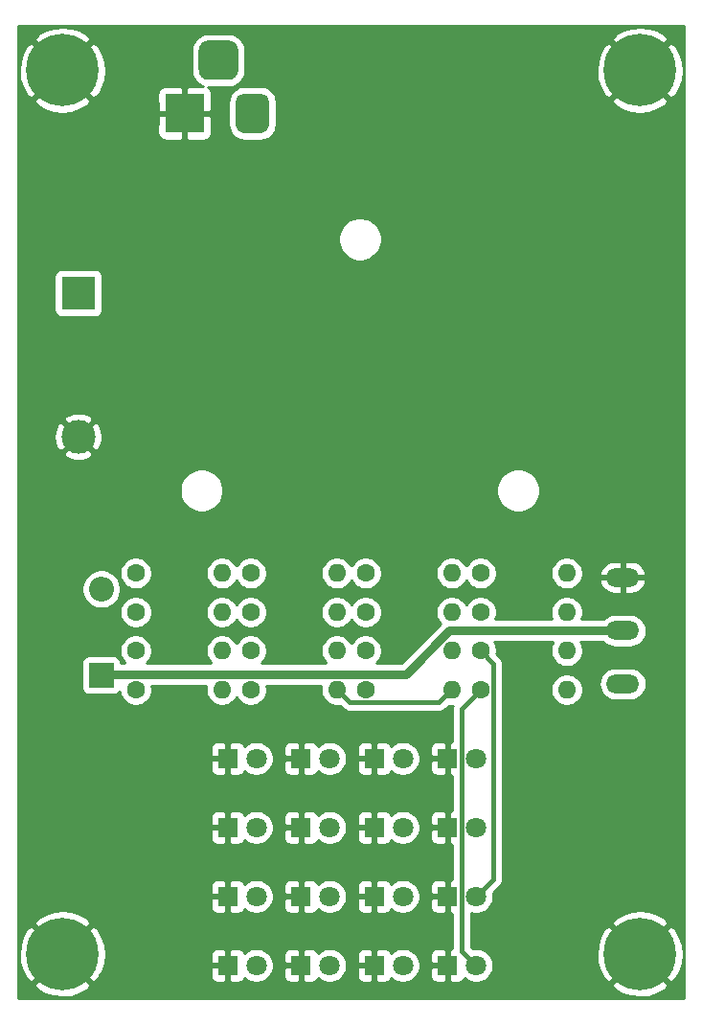
<source format=gbr>
%TF.GenerationSoftware,KiCad,Pcbnew,(5.1.9-0-10_14)*%
%TF.CreationDate,2021-08-10T16:49:40-04:00*%
%TF.ProjectId,led-tester,6c65642d-7465-4737-9465-722e6b696361,v1*%
%TF.SameCoordinates,Original*%
%TF.FileFunction,Copper,L2,Bot*%
%TF.FilePolarity,Positive*%
%FSLAX46Y46*%
G04 Gerber Fmt 4.6, Leading zero omitted, Abs format (unit mm)*
G04 Created by KiCad (PCBNEW (5.1.9-0-10_14)) date 2021-08-10 16:49:40*
%MOMM*%
%LPD*%
G01*
G04 APERTURE LIST*
%TA.AperFunction,ComponentPad*%
%ADD10C,3.000000*%
%TD*%
%TA.AperFunction,ComponentPad*%
%ADD11R,3.000000X3.000000*%
%TD*%
%TA.AperFunction,ComponentPad*%
%ADD12C,1.600000*%
%TD*%
%TA.AperFunction,ComponentPad*%
%ADD13O,1.600000X1.600000*%
%TD*%
%TA.AperFunction,ComponentPad*%
%ADD14C,0.800000*%
%TD*%
%TA.AperFunction,ComponentPad*%
%ADD15C,6.400000*%
%TD*%
%TA.AperFunction,ComponentPad*%
%ADD16R,1.800000X1.800000*%
%TD*%
%TA.AperFunction,ComponentPad*%
%ADD17C,1.800000*%
%TD*%
%TA.AperFunction,ComponentPad*%
%ADD18R,2.200000X2.200000*%
%TD*%
%TA.AperFunction,ComponentPad*%
%ADD19O,2.200000X2.200000*%
%TD*%
%TA.AperFunction,ComponentPad*%
%ADD20R,3.500000X3.500000*%
%TD*%
%TA.AperFunction,ComponentPad*%
%ADD21O,2.923750X1.653750*%
%TD*%
%TA.AperFunction,Conductor*%
%ADD22C,0.381000*%
%TD*%
%TA.AperFunction,Conductor*%
%ADD23C,0.762000*%
%TD*%
%TA.AperFunction,Conductor*%
%ADD24C,0.254000*%
%TD*%
%TA.AperFunction,Conductor*%
%ADD25C,0.100000*%
%TD*%
G04 APERTURE END LIST*
D10*
%TO.P,BT1,2*%
%TO.N,GND*%
X116078000Y-95631000D03*
D11*
%TO.P,BT1,1*%
%TO.N,Net-(BT1-Pad1)*%
X116078000Y-82931000D03*
%TD*%
D12*
%TO.P,R7,1*%
%TO.N,Net-(D7-Pad2)*%
X131318000Y-111125000D03*
D13*
%TO.P,R7,2*%
%TO.N,VCC*%
X138938000Y-111125000D03*
%TD*%
D14*
%TO.P,H4,1*%
%TO.N,GND*%
X167432056Y-139653944D03*
X165735000Y-138951000D03*
X164037944Y-139653944D03*
X163335000Y-141351000D03*
X164037944Y-143048056D03*
X165735000Y-143751000D03*
X167432056Y-143048056D03*
X168135000Y-141351000D03*
D15*
X165735000Y-141351000D03*
%TD*%
D14*
%TO.P,H3,1*%
%TO.N,GND*%
X167432056Y-61548944D03*
X165735000Y-60846000D03*
X164037944Y-61548944D03*
X163335000Y-63246000D03*
X164037944Y-64943056D03*
X165735000Y-65646000D03*
X167432056Y-64943056D03*
X168135000Y-63246000D03*
D15*
X165735000Y-63246000D03*
%TD*%
D14*
%TO.P,H2,1*%
%TO.N,GND*%
X116378056Y-139653944D03*
X114681000Y-138951000D03*
X112983944Y-139653944D03*
X112281000Y-141351000D03*
X112983944Y-143048056D03*
X114681000Y-143751000D03*
X116378056Y-143048056D03*
X117081000Y-141351000D03*
D15*
X114681000Y-141351000D03*
%TD*%
D14*
%TO.P,H1,1*%
%TO.N,GND*%
X116378056Y-61548944D03*
X114681000Y-60846000D03*
X112983944Y-61548944D03*
X112281000Y-63246000D03*
X112983944Y-64943056D03*
X114681000Y-65646000D03*
X116378056Y-64943056D03*
X117081000Y-63246000D03*
D15*
X114681000Y-63246000D03*
%TD*%
D16*
%TO.P,D1,1*%
%TO.N,GND*%
X129286000Y-142367000D03*
D17*
%TO.P,D1,2*%
%TO.N,Net-(D1-Pad2)*%
X131826000Y-142367000D03*
%TD*%
D16*
%TO.P,D2,1*%
%TO.N,GND*%
X129286000Y-136271000D03*
D17*
%TO.P,D2,2*%
%TO.N,Net-(D2-Pad2)*%
X131826000Y-136271000D03*
%TD*%
%TO.P,D3,2*%
%TO.N,Net-(D3-Pad2)*%
X131826000Y-130175000D03*
D16*
%TO.P,D3,1*%
%TO.N,GND*%
X129286000Y-130175000D03*
%TD*%
%TO.P,D4,1*%
%TO.N,GND*%
X129286000Y-124079000D03*
D17*
%TO.P,D4,2*%
%TO.N,Net-(D4-Pad2)*%
X131826000Y-124079000D03*
%TD*%
D16*
%TO.P,D5,1*%
%TO.N,GND*%
X135763000Y-142367000D03*
D17*
%TO.P,D5,2*%
%TO.N,Net-(D5-Pad2)*%
X138303000Y-142367000D03*
%TD*%
D16*
%TO.P,D6,1*%
%TO.N,GND*%
X135763000Y-136271000D03*
D17*
%TO.P,D6,2*%
%TO.N,Net-(D6-Pad2)*%
X138303000Y-136271000D03*
%TD*%
%TO.P,D7,2*%
%TO.N,Net-(D7-Pad2)*%
X138303000Y-130175000D03*
D16*
%TO.P,D7,1*%
%TO.N,GND*%
X135763000Y-130175000D03*
%TD*%
%TO.P,D8,1*%
%TO.N,GND*%
X135763000Y-124079000D03*
D17*
%TO.P,D8,2*%
%TO.N,Net-(D8-Pad2)*%
X138303000Y-124079000D03*
%TD*%
%TO.P,D9,2*%
%TO.N,Net-(D9-Pad2)*%
X144780000Y-142367000D03*
D16*
%TO.P,D9,1*%
%TO.N,GND*%
X142240000Y-142367000D03*
%TD*%
D17*
%TO.P,D10,2*%
%TO.N,Net-(D10-Pad2)*%
X144780000Y-136271000D03*
D16*
%TO.P,D10,1*%
%TO.N,GND*%
X142240000Y-136271000D03*
%TD*%
D17*
%TO.P,D11,2*%
%TO.N,Net-(D11-Pad2)*%
X144780000Y-130175000D03*
D16*
%TO.P,D11,1*%
%TO.N,GND*%
X142240000Y-130175000D03*
%TD*%
D17*
%TO.P,D12,2*%
%TO.N,Net-(D12-Pad2)*%
X144780000Y-124079000D03*
D16*
%TO.P,D12,1*%
%TO.N,GND*%
X142240000Y-124079000D03*
%TD*%
%TO.P,D13,1*%
%TO.N,GND*%
X148717000Y-142367000D03*
D17*
%TO.P,D13,2*%
%TO.N,Net-(D13-Pad2)*%
X151257000Y-142367000D03*
%TD*%
D16*
%TO.P,D14,1*%
%TO.N,GND*%
X148717000Y-136271000D03*
D17*
%TO.P,D14,2*%
%TO.N,Net-(D14-Pad2)*%
X151257000Y-136271000D03*
%TD*%
%TO.P,D15,2*%
%TO.N,Net-(D15-Pad2)*%
X151257000Y-130175000D03*
D16*
%TO.P,D15,1*%
%TO.N,GND*%
X148717000Y-130175000D03*
%TD*%
%TO.P,D16,1*%
%TO.N,GND*%
X148717000Y-124079000D03*
D17*
%TO.P,D16,2*%
%TO.N,Net-(D16-Pad2)*%
X151257000Y-124079000D03*
%TD*%
D18*
%TO.P,D17,1*%
%TO.N,Net-(D17-Pad1)*%
X118110000Y-116713000D03*
D19*
%TO.P,D17,2*%
%TO.N,Net-(D17-Pad2)*%
X118110000Y-109093000D03*
%TD*%
%TO.P,J1,3*%
%TO.N,Net-(BT1-Pad1)*%
%TA.AperFunction,ComponentPad*%
G36*
G01*
X130226000Y-61481000D02*
X130226000Y-63231000D01*
G75*
G02*
X129351000Y-64106000I-875000J0D01*
G01*
X127601000Y-64106000D01*
G75*
G02*
X126726000Y-63231000I0J875000D01*
G01*
X126726000Y-61481000D01*
G75*
G02*
X127601000Y-60606000I875000J0D01*
G01*
X129351000Y-60606000D01*
G75*
G02*
X130226000Y-61481000I0J-875000D01*
G01*
G37*
%TD.AperFunction*%
%TO.P,J1,2*%
%TO.N,Net-(D17-Pad2)*%
%TA.AperFunction,ComponentPad*%
G36*
G01*
X132976000Y-66056000D02*
X132976000Y-68056000D01*
G75*
G02*
X132226000Y-68806000I-750000J0D01*
G01*
X130726000Y-68806000D01*
G75*
G02*
X129976000Y-68056000I0J750000D01*
G01*
X129976000Y-66056000D01*
G75*
G02*
X130726000Y-65306000I750000J0D01*
G01*
X132226000Y-65306000D01*
G75*
G02*
X132976000Y-66056000I0J-750000D01*
G01*
G37*
%TD.AperFunction*%
D20*
%TO.P,J1,1*%
%TO.N,GND*%
X125476000Y-67056000D03*
%TD*%
D12*
%TO.P,R1,1*%
%TO.N,Net-(D1-Pad2)*%
X121158000Y-117983000D03*
D13*
%TO.P,R1,2*%
%TO.N,VCC*%
X128778000Y-117983000D03*
%TD*%
D12*
%TO.P,R2,1*%
%TO.N,Net-(D2-Pad2)*%
X121158000Y-114554000D03*
D13*
%TO.P,R2,2*%
%TO.N,VCC*%
X128778000Y-114554000D03*
%TD*%
%TO.P,R3,2*%
%TO.N,VCC*%
X128778000Y-111125000D03*
D12*
%TO.P,R3,1*%
%TO.N,Net-(D3-Pad2)*%
X121158000Y-111125000D03*
%TD*%
%TO.P,R4,1*%
%TO.N,Net-(D4-Pad2)*%
X121158000Y-107696000D03*
D13*
%TO.P,R4,2*%
%TO.N,VCC*%
X128778000Y-107696000D03*
%TD*%
D12*
%TO.P,R5,1*%
%TO.N,Net-(D5-Pad2)*%
X131318000Y-117983000D03*
D13*
%TO.P,R5,2*%
%TO.N,VCC*%
X138938000Y-117983000D03*
%TD*%
%TO.P,R6,2*%
%TO.N,VCC*%
X138938000Y-114554000D03*
D12*
%TO.P,R6,1*%
%TO.N,Net-(D6-Pad2)*%
X131318000Y-114554000D03*
%TD*%
D13*
%TO.P,R8,2*%
%TO.N,VCC*%
X138938000Y-107696000D03*
D12*
%TO.P,R8,1*%
%TO.N,Net-(D8-Pad2)*%
X131318000Y-107696000D03*
%TD*%
D13*
%TO.P,R9,2*%
%TO.N,VCC*%
X149098000Y-117983000D03*
D12*
%TO.P,R9,1*%
%TO.N,Net-(D9-Pad2)*%
X141478000Y-117983000D03*
%TD*%
D13*
%TO.P,R10,2*%
%TO.N,VCC*%
X149098000Y-114554000D03*
D12*
%TO.P,R10,1*%
%TO.N,Net-(D10-Pad2)*%
X141478000Y-114554000D03*
%TD*%
D13*
%TO.P,R11,2*%
%TO.N,VCC*%
X149098000Y-111125000D03*
D12*
%TO.P,R11,1*%
%TO.N,Net-(D11-Pad2)*%
X141478000Y-111125000D03*
%TD*%
D13*
%TO.P,R12,2*%
%TO.N,VCC*%
X149098000Y-107696000D03*
D12*
%TO.P,R12,1*%
%TO.N,Net-(D12-Pad2)*%
X141478000Y-107696000D03*
%TD*%
%TO.P,R13,1*%
%TO.N,Net-(D13-Pad2)*%
X151638000Y-117983000D03*
D13*
%TO.P,R13,2*%
%TO.N,VCC*%
X159258000Y-117983000D03*
%TD*%
%TO.P,R14,2*%
%TO.N,VCC*%
X159258000Y-114554000D03*
D12*
%TO.P,R14,1*%
%TO.N,Net-(D14-Pad2)*%
X151638000Y-114554000D03*
%TD*%
%TO.P,R15,1*%
%TO.N,Net-(D15-Pad2)*%
X151638000Y-111125000D03*
D13*
%TO.P,R15,2*%
%TO.N,VCC*%
X159258000Y-111125000D03*
%TD*%
D12*
%TO.P,R16,1*%
%TO.N,Net-(D16-Pad2)*%
X151638000Y-107696000D03*
D13*
%TO.P,R16,2*%
%TO.N,VCC*%
X159258000Y-107696000D03*
%TD*%
D21*
%TO.P,SW1,1*%
%TO.N,VCC*%
X164211000Y-117475000D03*
%TO.P,SW1,2*%
%TO.N,Net-(D17-Pad1)*%
X164211000Y-112775000D03*
%TO.P,SW1,3*%
%TO.N,GND*%
X164211000Y-108075000D03*
%TD*%
D22*
%TO.N,Net-(D13-Pad2)*%
X149959901Y-119661099D02*
X151638000Y-117983000D01*
X149959901Y-141069901D02*
X149959901Y-119661099D01*
X151257000Y-142367000D02*
X149959901Y-141069901D01*
%TO.N,Net-(D14-Pad2)*%
X152780901Y-134747099D02*
X151257000Y-136271000D01*
X152780901Y-115696901D02*
X152780901Y-134747099D01*
X151638000Y-114554000D02*
X152780901Y-115696901D01*
D23*
%TO.N,Net-(D17-Pad1)*%
X148903566Y-112775000D02*
X164211000Y-112775000D01*
X145028967Y-116649599D02*
X148903566Y-112775000D01*
X118173401Y-116649599D02*
X145028967Y-116649599D01*
X118110000Y-116713000D02*
X118173401Y-116649599D01*
D22*
%TO.N,VCC*%
X147955099Y-119125901D02*
X149098000Y-117983000D01*
X140080901Y-119125901D02*
X147955099Y-119125901D01*
X138938000Y-117983000D02*
X140080901Y-119125901D01*
%TD*%
D24*
%TO.N,GND*%
X169647001Y-145263000D02*
X110769000Y-145263000D01*
X110769000Y-144051881D01*
X112159724Y-144051881D01*
X112519912Y-144541548D01*
X113183882Y-144901849D01*
X113905385Y-145125694D01*
X114656695Y-145204480D01*
X115408938Y-145135178D01*
X116133208Y-144920452D01*
X116801670Y-144568555D01*
X116842088Y-144541548D01*
X117202276Y-144051881D01*
X163213724Y-144051881D01*
X163573912Y-144541548D01*
X164237882Y-144901849D01*
X164959385Y-145125694D01*
X165710695Y-145204480D01*
X166462938Y-145135178D01*
X167187208Y-144920452D01*
X167855670Y-144568555D01*
X167896088Y-144541548D01*
X168256276Y-144051881D01*
X165735000Y-141530605D01*
X163213724Y-144051881D01*
X117202276Y-144051881D01*
X114681000Y-141530605D01*
X112159724Y-144051881D01*
X110769000Y-144051881D01*
X110769000Y-141326695D01*
X110827520Y-141326695D01*
X110896822Y-142078938D01*
X111111548Y-142803208D01*
X111463445Y-143471670D01*
X111490452Y-143512088D01*
X111980119Y-143872276D01*
X114501395Y-141351000D01*
X114860605Y-141351000D01*
X117381881Y-143872276D01*
X117871548Y-143512088D01*
X118004544Y-143267000D01*
X127747928Y-143267000D01*
X127760188Y-143391482D01*
X127796498Y-143511180D01*
X127855463Y-143621494D01*
X127934815Y-143718185D01*
X128031506Y-143797537D01*
X128141820Y-143856502D01*
X128261518Y-143892812D01*
X128386000Y-143905072D01*
X129000250Y-143902000D01*
X129159000Y-143743250D01*
X129159000Y-142494000D01*
X127909750Y-142494000D01*
X127751000Y-142652750D01*
X127747928Y-143267000D01*
X118004544Y-143267000D01*
X118231849Y-142848118D01*
X118455694Y-142126615D01*
X118524864Y-141467000D01*
X127747928Y-141467000D01*
X127751000Y-142081250D01*
X127909750Y-142240000D01*
X129159000Y-142240000D01*
X129159000Y-140990750D01*
X129413000Y-140990750D01*
X129413000Y-142240000D01*
X129433000Y-142240000D01*
X129433000Y-142494000D01*
X129413000Y-142494000D01*
X129413000Y-143743250D01*
X129571750Y-143902000D01*
X130186000Y-143905072D01*
X130310482Y-143892812D01*
X130430180Y-143856502D01*
X130540494Y-143797537D01*
X130637185Y-143718185D01*
X130716537Y-143621494D01*
X130775502Y-143511180D01*
X130781056Y-143492873D01*
X130847495Y-143559312D01*
X131098905Y-143727299D01*
X131378257Y-143843011D01*
X131674816Y-143902000D01*
X131977184Y-143902000D01*
X132273743Y-143843011D01*
X132553095Y-143727299D01*
X132804505Y-143559312D01*
X133018312Y-143345505D01*
X133070767Y-143267000D01*
X134224928Y-143267000D01*
X134237188Y-143391482D01*
X134273498Y-143511180D01*
X134332463Y-143621494D01*
X134411815Y-143718185D01*
X134508506Y-143797537D01*
X134618820Y-143856502D01*
X134738518Y-143892812D01*
X134863000Y-143905072D01*
X135477250Y-143902000D01*
X135636000Y-143743250D01*
X135636000Y-142494000D01*
X134386750Y-142494000D01*
X134228000Y-142652750D01*
X134224928Y-143267000D01*
X133070767Y-143267000D01*
X133186299Y-143094095D01*
X133302011Y-142814743D01*
X133361000Y-142518184D01*
X133361000Y-142215816D01*
X133302011Y-141919257D01*
X133186299Y-141639905D01*
X133070768Y-141467000D01*
X134224928Y-141467000D01*
X134228000Y-142081250D01*
X134386750Y-142240000D01*
X135636000Y-142240000D01*
X135636000Y-140990750D01*
X135890000Y-140990750D01*
X135890000Y-142240000D01*
X135910000Y-142240000D01*
X135910000Y-142494000D01*
X135890000Y-142494000D01*
X135890000Y-143743250D01*
X136048750Y-143902000D01*
X136663000Y-143905072D01*
X136787482Y-143892812D01*
X136907180Y-143856502D01*
X137017494Y-143797537D01*
X137114185Y-143718185D01*
X137193537Y-143621494D01*
X137252502Y-143511180D01*
X137258056Y-143492873D01*
X137324495Y-143559312D01*
X137575905Y-143727299D01*
X137855257Y-143843011D01*
X138151816Y-143902000D01*
X138454184Y-143902000D01*
X138750743Y-143843011D01*
X139030095Y-143727299D01*
X139281505Y-143559312D01*
X139495312Y-143345505D01*
X139547767Y-143267000D01*
X140701928Y-143267000D01*
X140714188Y-143391482D01*
X140750498Y-143511180D01*
X140809463Y-143621494D01*
X140888815Y-143718185D01*
X140985506Y-143797537D01*
X141095820Y-143856502D01*
X141215518Y-143892812D01*
X141340000Y-143905072D01*
X141954250Y-143902000D01*
X142113000Y-143743250D01*
X142113000Y-142494000D01*
X140863750Y-142494000D01*
X140705000Y-142652750D01*
X140701928Y-143267000D01*
X139547767Y-143267000D01*
X139663299Y-143094095D01*
X139779011Y-142814743D01*
X139838000Y-142518184D01*
X139838000Y-142215816D01*
X139779011Y-141919257D01*
X139663299Y-141639905D01*
X139547768Y-141467000D01*
X140701928Y-141467000D01*
X140705000Y-142081250D01*
X140863750Y-142240000D01*
X142113000Y-142240000D01*
X142113000Y-140990750D01*
X142367000Y-140990750D01*
X142367000Y-142240000D01*
X142387000Y-142240000D01*
X142387000Y-142494000D01*
X142367000Y-142494000D01*
X142367000Y-143743250D01*
X142525750Y-143902000D01*
X143140000Y-143905072D01*
X143264482Y-143892812D01*
X143384180Y-143856502D01*
X143494494Y-143797537D01*
X143591185Y-143718185D01*
X143670537Y-143621494D01*
X143729502Y-143511180D01*
X143735056Y-143492873D01*
X143801495Y-143559312D01*
X144052905Y-143727299D01*
X144332257Y-143843011D01*
X144628816Y-143902000D01*
X144931184Y-143902000D01*
X145227743Y-143843011D01*
X145507095Y-143727299D01*
X145758505Y-143559312D01*
X145972312Y-143345505D01*
X146024767Y-143267000D01*
X147178928Y-143267000D01*
X147191188Y-143391482D01*
X147227498Y-143511180D01*
X147286463Y-143621494D01*
X147365815Y-143718185D01*
X147462506Y-143797537D01*
X147572820Y-143856502D01*
X147692518Y-143892812D01*
X147817000Y-143905072D01*
X148431250Y-143902000D01*
X148590000Y-143743250D01*
X148590000Y-142494000D01*
X147340750Y-142494000D01*
X147182000Y-142652750D01*
X147178928Y-143267000D01*
X146024767Y-143267000D01*
X146140299Y-143094095D01*
X146256011Y-142814743D01*
X146315000Y-142518184D01*
X146315000Y-142215816D01*
X146256011Y-141919257D01*
X146140299Y-141639905D01*
X146024768Y-141467000D01*
X147178928Y-141467000D01*
X147182000Y-142081250D01*
X147340750Y-142240000D01*
X148590000Y-142240000D01*
X148590000Y-140990750D01*
X148431250Y-140832000D01*
X147817000Y-140828928D01*
X147692518Y-140841188D01*
X147572820Y-140877498D01*
X147462506Y-140936463D01*
X147365815Y-141015815D01*
X147286463Y-141112506D01*
X147227498Y-141222820D01*
X147191188Y-141342518D01*
X147178928Y-141467000D01*
X146024768Y-141467000D01*
X145972312Y-141388495D01*
X145758505Y-141174688D01*
X145507095Y-141006701D01*
X145227743Y-140890989D01*
X144931184Y-140832000D01*
X144628816Y-140832000D01*
X144332257Y-140890989D01*
X144052905Y-141006701D01*
X143801495Y-141174688D01*
X143735056Y-141241127D01*
X143729502Y-141222820D01*
X143670537Y-141112506D01*
X143591185Y-141015815D01*
X143494494Y-140936463D01*
X143384180Y-140877498D01*
X143264482Y-140841188D01*
X143140000Y-140828928D01*
X142525750Y-140832000D01*
X142367000Y-140990750D01*
X142113000Y-140990750D01*
X141954250Y-140832000D01*
X141340000Y-140828928D01*
X141215518Y-140841188D01*
X141095820Y-140877498D01*
X140985506Y-140936463D01*
X140888815Y-141015815D01*
X140809463Y-141112506D01*
X140750498Y-141222820D01*
X140714188Y-141342518D01*
X140701928Y-141467000D01*
X139547768Y-141467000D01*
X139495312Y-141388495D01*
X139281505Y-141174688D01*
X139030095Y-141006701D01*
X138750743Y-140890989D01*
X138454184Y-140832000D01*
X138151816Y-140832000D01*
X137855257Y-140890989D01*
X137575905Y-141006701D01*
X137324495Y-141174688D01*
X137258056Y-141241127D01*
X137252502Y-141222820D01*
X137193537Y-141112506D01*
X137114185Y-141015815D01*
X137017494Y-140936463D01*
X136907180Y-140877498D01*
X136787482Y-140841188D01*
X136663000Y-140828928D01*
X136048750Y-140832000D01*
X135890000Y-140990750D01*
X135636000Y-140990750D01*
X135477250Y-140832000D01*
X134863000Y-140828928D01*
X134738518Y-140841188D01*
X134618820Y-140877498D01*
X134508506Y-140936463D01*
X134411815Y-141015815D01*
X134332463Y-141112506D01*
X134273498Y-141222820D01*
X134237188Y-141342518D01*
X134224928Y-141467000D01*
X133070768Y-141467000D01*
X133018312Y-141388495D01*
X132804505Y-141174688D01*
X132553095Y-141006701D01*
X132273743Y-140890989D01*
X131977184Y-140832000D01*
X131674816Y-140832000D01*
X131378257Y-140890989D01*
X131098905Y-141006701D01*
X130847495Y-141174688D01*
X130781056Y-141241127D01*
X130775502Y-141222820D01*
X130716537Y-141112506D01*
X130637185Y-141015815D01*
X130540494Y-140936463D01*
X130430180Y-140877498D01*
X130310482Y-140841188D01*
X130186000Y-140828928D01*
X129571750Y-140832000D01*
X129413000Y-140990750D01*
X129159000Y-140990750D01*
X129000250Y-140832000D01*
X128386000Y-140828928D01*
X128261518Y-140841188D01*
X128141820Y-140877498D01*
X128031506Y-140936463D01*
X127934815Y-141015815D01*
X127855463Y-141112506D01*
X127796498Y-141222820D01*
X127760188Y-141342518D01*
X127747928Y-141467000D01*
X118524864Y-141467000D01*
X118534480Y-141375305D01*
X118465178Y-140623062D01*
X118250452Y-139898792D01*
X117898555Y-139230330D01*
X117871548Y-139189912D01*
X117381881Y-138829724D01*
X114860605Y-141351000D01*
X114501395Y-141351000D01*
X111980119Y-138829724D01*
X111490452Y-139189912D01*
X111130151Y-139853882D01*
X110906306Y-140575385D01*
X110827520Y-141326695D01*
X110769000Y-141326695D01*
X110769000Y-138650119D01*
X112159724Y-138650119D01*
X114681000Y-141171395D01*
X117202276Y-138650119D01*
X116842088Y-138160452D01*
X116178118Y-137800151D01*
X115456615Y-137576306D01*
X114705305Y-137497520D01*
X113953062Y-137566822D01*
X113228792Y-137781548D01*
X112560330Y-138133445D01*
X112519912Y-138160452D01*
X112159724Y-138650119D01*
X110769000Y-138650119D01*
X110769000Y-137171000D01*
X127747928Y-137171000D01*
X127760188Y-137295482D01*
X127796498Y-137415180D01*
X127855463Y-137525494D01*
X127934815Y-137622185D01*
X128031506Y-137701537D01*
X128141820Y-137760502D01*
X128261518Y-137796812D01*
X128386000Y-137809072D01*
X129000250Y-137806000D01*
X129159000Y-137647250D01*
X129159000Y-136398000D01*
X127909750Y-136398000D01*
X127751000Y-136556750D01*
X127747928Y-137171000D01*
X110769000Y-137171000D01*
X110769000Y-135371000D01*
X127747928Y-135371000D01*
X127751000Y-135985250D01*
X127909750Y-136144000D01*
X129159000Y-136144000D01*
X129159000Y-134894750D01*
X129413000Y-134894750D01*
X129413000Y-136144000D01*
X129433000Y-136144000D01*
X129433000Y-136398000D01*
X129413000Y-136398000D01*
X129413000Y-137647250D01*
X129571750Y-137806000D01*
X130186000Y-137809072D01*
X130310482Y-137796812D01*
X130430180Y-137760502D01*
X130540494Y-137701537D01*
X130637185Y-137622185D01*
X130716537Y-137525494D01*
X130775502Y-137415180D01*
X130781056Y-137396873D01*
X130847495Y-137463312D01*
X131098905Y-137631299D01*
X131378257Y-137747011D01*
X131674816Y-137806000D01*
X131977184Y-137806000D01*
X132273743Y-137747011D01*
X132553095Y-137631299D01*
X132804505Y-137463312D01*
X133018312Y-137249505D01*
X133070767Y-137171000D01*
X134224928Y-137171000D01*
X134237188Y-137295482D01*
X134273498Y-137415180D01*
X134332463Y-137525494D01*
X134411815Y-137622185D01*
X134508506Y-137701537D01*
X134618820Y-137760502D01*
X134738518Y-137796812D01*
X134863000Y-137809072D01*
X135477250Y-137806000D01*
X135636000Y-137647250D01*
X135636000Y-136398000D01*
X134386750Y-136398000D01*
X134228000Y-136556750D01*
X134224928Y-137171000D01*
X133070767Y-137171000D01*
X133186299Y-136998095D01*
X133302011Y-136718743D01*
X133361000Y-136422184D01*
X133361000Y-136119816D01*
X133302011Y-135823257D01*
X133186299Y-135543905D01*
X133070768Y-135371000D01*
X134224928Y-135371000D01*
X134228000Y-135985250D01*
X134386750Y-136144000D01*
X135636000Y-136144000D01*
X135636000Y-134894750D01*
X135890000Y-134894750D01*
X135890000Y-136144000D01*
X135910000Y-136144000D01*
X135910000Y-136398000D01*
X135890000Y-136398000D01*
X135890000Y-137647250D01*
X136048750Y-137806000D01*
X136663000Y-137809072D01*
X136787482Y-137796812D01*
X136907180Y-137760502D01*
X137017494Y-137701537D01*
X137114185Y-137622185D01*
X137193537Y-137525494D01*
X137252502Y-137415180D01*
X137258056Y-137396873D01*
X137324495Y-137463312D01*
X137575905Y-137631299D01*
X137855257Y-137747011D01*
X138151816Y-137806000D01*
X138454184Y-137806000D01*
X138750743Y-137747011D01*
X139030095Y-137631299D01*
X139281505Y-137463312D01*
X139495312Y-137249505D01*
X139547767Y-137171000D01*
X140701928Y-137171000D01*
X140714188Y-137295482D01*
X140750498Y-137415180D01*
X140809463Y-137525494D01*
X140888815Y-137622185D01*
X140985506Y-137701537D01*
X141095820Y-137760502D01*
X141215518Y-137796812D01*
X141340000Y-137809072D01*
X141954250Y-137806000D01*
X142113000Y-137647250D01*
X142113000Y-136398000D01*
X140863750Y-136398000D01*
X140705000Y-136556750D01*
X140701928Y-137171000D01*
X139547767Y-137171000D01*
X139663299Y-136998095D01*
X139779011Y-136718743D01*
X139838000Y-136422184D01*
X139838000Y-136119816D01*
X139779011Y-135823257D01*
X139663299Y-135543905D01*
X139547768Y-135371000D01*
X140701928Y-135371000D01*
X140705000Y-135985250D01*
X140863750Y-136144000D01*
X142113000Y-136144000D01*
X142113000Y-134894750D01*
X142367000Y-134894750D01*
X142367000Y-136144000D01*
X142387000Y-136144000D01*
X142387000Y-136398000D01*
X142367000Y-136398000D01*
X142367000Y-137647250D01*
X142525750Y-137806000D01*
X143140000Y-137809072D01*
X143264482Y-137796812D01*
X143384180Y-137760502D01*
X143494494Y-137701537D01*
X143591185Y-137622185D01*
X143670537Y-137525494D01*
X143729502Y-137415180D01*
X143735056Y-137396873D01*
X143801495Y-137463312D01*
X144052905Y-137631299D01*
X144332257Y-137747011D01*
X144628816Y-137806000D01*
X144931184Y-137806000D01*
X145227743Y-137747011D01*
X145507095Y-137631299D01*
X145758505Y-137463312D01*
X145972312Y-137249505D01*
X146024767Y-137171000D01*
X147178928Y-137171000D01*
X147191188Y-137295482D01*
X147227498Y-137415180D01*
X147286463Y-137525494D01*
X147365815Y-137622185D01*
X147462506Y-137701537D01*
X147572820Y-137760502D01*
X147692518Y-137796812D01*
X147817000Y-137809072D01*
X148431250Y-137806000D01*
X148590000Y-137647250D01*
X148590000Y-136398000D01*
X147340750Y-136398000D01*
X147182000Y-136556750D01*
X147178928Y-137171000D01*
X146024767Y-137171000D01*
X146140299Y-136998095D01*
X146256011Y-136718743D01*
X146315000Y-136422184D01*
X146315000Y-136119816D01*
X146256011Y-135823257D01*
X146140299Y-135543905D01*
X146024768Y-135371000D01*
X147178928Y-135371000D01*
X147182000Y-135985250D01*
X147340750Y-136144000D01*
X148590000Y-136144000D01*
X148590000Y-134894750D01*
X148431250Y-134736000D01*
X147817000Y-134732928D01*
X147692518Y-134745188D01*
X147572820Y-134781498D01*
X147462506Y-134840463D01*
X147365815Y-134919815D01*
X147286463Y-135016506D01*
X147227498Y-135126820D01*
X147191188Y-135246518D01*
X147178928Y-135371000D01*
X146024768Y-135371000D01*
X145972312Y-135292495D01*
X145758505Y-135078688D01*
X145507095Y-134910701D01*
X145227743Y-134794989D01*
X144931184Y-134736000D01*
X144628816Y-134736000D01*
X144332257Y-134794989D01*
X144052905Y-134910701D01*
X143801495Y-135078688D01*
X143735056Y-135145127D01*
X143729502Y-135126820D01*
X143670537Y-135016506D01*
X143591185Y-134919815D01*
X143494494Y-134840463D01*
X143384180Y-134781498D01*
X143264482Y-134745188D01*
X143140000Y-134732928D01*
X142525750Y-134736000D01*
X142367000Y-134894750D01*
X142113000Y-134894750D01*
X141954250Y-134736000D01*
X141340000Y-134732928D01*
X141215518Y-134745188D01*
X141095820Y-134781498D01*
X140985506Y-134840463D01*
X140888815Y-134919815D01*
X140809463Y-135016506D01*
X140750498Y-135126820D01*
X140714188Y-135246518D01*
X140701928Y-135371000D01*
X139547768Y-135371000D01*
X139495312Y-135292495D01*
X139281505Y-135078688D01*
X139030095Y-134910701D01*
X138750743Y-134794989D01*
X138454184Y-134736000D01*
X138151816Y-134736000D01*
X137855257Y-134794989D01*
X137575905Y-134910701D01*
X137324495Y-135078688D01*
X137258056Y-135145127D01*
X137252502Y-135126820D01*
X137193537Y-135016506D01*
X137114185Y-134919815D01*
X137017494Y-134840463D01*
X136907180Y-134781498D01*
X136787482Y-134745188D01*
X136663000Y-134732928D01*
X136048750Y-134736000D01*
X135890000Y-134894750D01*
X135636000Y-134894750D01*
X135477250Y-134736000D01*
X134863000Y-134732928D01*
X134738518Y-134745188D01*
X134618820Y-134781498D01*
X134508506Y-134840463D01*
X134411815Y-134919815D01*
X134332463Y-135016506D01*
X134273498Y-135126820D01*
X134237188Y-135246518D01*
X134224928Y-135371000D01*
X133070768Y-135371000D01*
X133018312Y-135292495D01*
X132804505Y-135078688D01*
X132553095Y-134910701D01*
X132273743Y-134794989D01*
X131977184Y-134736000D01*
X131674816Y-134736000D01*
X131378257Y-134794989D01*
X131098905Y-134910701D01*
X130847495Y-135078688D01*
X130781056Y-135145127D01*
X130775502Y-135126820D01*
X130716537Y-135016506D01*
X130637185Y-134919815D01*
X130540494Y-134840463D01*
X130430180Y-134781498D01*
X130310482Y-134745188D01*
X130186000Y-134732928D01*
X129571750Y-134736000D01*
X129413000Y-134894750D01*
X129159000Y-134894750D01*
X129000250Y-134736000D01*
X128386000Y-134732928D01*
X128261518Y-134745188D01*
X128141820Y-134781498D01*
X128031506Y-134840463D01*
X127934815Y-134919815D01*
X127855463Y-135016506D01*
X127796498Y-135126820D01*
X127760188Y-135246518D01*
X127747928Y-135371000D01*
X110769000Y-135371000D01*
X110769000Y-131075000D01*
X127747928Y-131075000D01*
X127760188Y-131199482D01*
X127796498Y-131319180D01*
X127855463Y-131429494D01*
X127934815Y-131526185D01*
X128031506Y-131605537D01*
X128141820Y-131664502D01*
X128261518Y-131700812D01*
X128386000Y-131713072D01*
X129000250Y-131710000D01*
X129159000Y-131551250D01*
X129159000Y-130302000D01*
X127909750Y-130302000D01*
X127751000Y-130460750D01*
X127747928Y-131075000D01*
X110769000Y-131075000D01*
X110769000Y-129275000D01*
X127747928Y-129275000D01*
X127751000Y-129889250D01*
X127909750Y-130048000D01*
X129159000Y-130048000D01*
X129159000Y-128798750D01*
X129413000Y-128798750D01*
X129413000Y-130048000D01*
X129433000Y-130048000D01*
X129433000Y-130302000D01*
X129413000Y-130302000D01*
X129413000Y-131551250D01*
X129571750Y-131710000D01*
X130186000Y-131713072D01*
X130310482Y-131700812D01*
X130430180Y-131664502D01*
X130540494Y-131605537D01*
X130637185Y-131526185D01*
X130716537Y-131429494D01*
X130775502Y-131319180D01*
X130781056Y-131300873D01*
X130847495Y-131367312D01*
X131098905Y-131535299D01*
X131378257Y-131651011D01*
X131674816Y-131710000D01*
X131977184Y-131710000D01*
X132273743Y-131651011D01*
X132553095Y-131535299D01*
X132804505Y-131367312D01*
X133018312Y-131153505D01*
X133070767Y-131075000D01*
X134224928Y-131075000D01*
X134237188Y-131199482D01*
X134273498Y-131319180D01*
X134332463Y-131429494D01*
X134411815Y-131526185D01*
X134508506Y-131605537D01*
X134618820Y-131664502D01*
X134738518Y-131700812D01*
X134863000Y-131713072D01*
X135477250Y-131710000D01*
X135636000Y-131551250D01*
X135636000Y-130302000D01*
X134386750Y-130302000D01*
X134228000Y-130460750D01*
X134224928Y-131075000D01*
X133070767Y-131075000D01*
X133186299Y-130902095D01*
X133302011Y-130622743D01*
X133361000Y-130326184D01*
X133361000Y-130023816D01*
X133302011Y-129727257D01*
X133186299Y-129447905D01*
X133070768Y-129275000D01*
X134224928Y-129275000D01*
X134228000Y-129889250D01*
X134386750Y-130048000D01*
X135636000Y-130048000D01*
X135636000Y-128798750D01*
X135890000Y-128798750D01*
X135890000Y-130048000D01*
X135910000Y-130048000D01*
X135910000Y-130302000D01*
X135890000Y-130302000D01*
X135890000Y-131551250D01*
X136048750Y-131710000D01*
X136663000Y-131713072D01*
X136787482Y-131700812D01*
X136907180Y-131664502D01*
X137017494Y-131605537D01*
X137114185Y-131526185D01*
X137193537Y-131429494D01*
X137252502Y-131319180D01*
X137258056Y-131300873D01*
X137324495Y-131367312D01*
X137575905Y-131535299D01*
X137855257Y-131651011D01*
X138151816Y-131710000D01*
X138454184Y-131710000D01*
X138750743Y-131651011D01*
X139030095Y-131535299D01*
X139281505Y-131367312D01*
X139495312Y-131153505D01*
X139547767Y-131075000D01*
X140701928Y-131075000D01*
X140714188Y-131199482D01*
X140750498Y-131319180D01*
X140809463Y-131429494D01*
X140888815Y-131526185D01*
X140985506Y-131605537D01*
X141095820Y-131664502D01*
X141215518Y-131700812D01*
X141340000Y-131713072D01*
X141954250Y-131710000D01*
X142113000Y-131551250D01*
X142113000Y-130302000D01*
X140863750Y-130302000D01*
X140705000Y-130460750D01*
X140701928Y-131075000D01*
X139547767Y-131075000D01*
X139663299Y-130902095D01*
X139779011Y-130622743D01*
X139838000Y-130326184D01*
X139838000Y-130023816D01*
X139779011Y-129727257D01*
X139663299Y-129447905D01*
X139547768Y-129275000D01*
X140701928Y-129275000D01*
X140705000Y-129889250D01*
X140863750Y-130048000D01*
X142113000Y-130048000D01*
X142113000Y-128798750D01*
X142367000Y-128798750D01*
X142367000Y-130048000D01*
X142387000Y-130048000D01*
X142387000Y-130302000D01*
X142367000Y-130302000D01*
X142367000Y-131551250D01*
X142525750Y-131710000D01*
X143140000Y-131713072D01*
X143264482Y-131700812D01*
X143384180Y-131664502D01*
X143494494Y-131605537D01*
X143591185Y-131526185D01*
X143670537Y-131429494D01*
X143729502Y-131319180D01*
X143735056Y-131300873D01*
X143801495Y-131367312D01*
X144052905Y-131535299D01*
X144332257Y-131651011D01*
X144628816Y-131710000D01*
X144931184Y-131710000D01*
X145227743Y-131651011D01*
X145507095Y-131535299D01*
X145758505Y-131367312D01*
X145972312Y-131153505D01*
X146024767Y-131075000D01*
X147178928Y-131075000D01*
X147191188Y-131199482D01*
X147227498Y-131319180D01*
X147286463Y-131429494D01*
X147365815Y-131526185D01*
X147462506Y-131605537D01*
X147572820Y-131664502D01*
X147692518Y-131700812D01*
X147817000Y-131713072D01*
X148431250Y-131710000D01*
X148590000Y-131551250D01*
X148590000Y-130302000D01*
X147340750Y-130302000D01*
X147182000Y-130460750D01*
X147178928Y-131075000D01*
X146024767Y-131075000D01*
X146140299Y-130902095D01*
X146256011Y-130622743D01*
X146315000Y-130326184D01*
X146315000Y-130023816D01*
X146256011Y-129727257D01*
X146140299Y-129447905D01*
X146024768Y-129275000D01*
X147178928Y-129275000D01*
X147182000Y-129889250D01*
X147340750Y-130048000D01*
X148590000Y-130048000D01*
X148590000Y-128798750D01*
X148431250Y-128640000D01*
X147817000Y-128636928D01*
X147692518Y-128649188D01*
X147572820Y-128685498D01*
X147462506Y-128744463D01*
X147365815Y-128823815D01*
X147286463Y-128920506D01*
X147227498Y-129030820D01*
X147191188Y-129150518D01*
X147178928Y-129275000D01*
X146024768Y-129275000D01*
X145972312Y-129196495D01*
X145758505Y-128982688D01*
X145507095Y-128814701D01*
X145227743Y-128698989D01*
X144931184Y-128640000D01*
X144628816Y-128640000D01*
X144332257Y-128698989D01*
X144052905Y-128814701D01*
X143801495Y-128982688D01*
X143735056Y-129049127D01*
X143729502Y-129030820D01*
X143670537Y-128920506D01*
X143591185Y-128823815D01*
X143494494Y-128744463D01*
X143384180Y-128685498D01*
X143264482Y-128649188D01*
X143140000Y-128636928D01*
X142525750Y-128640000D01*
X142367000Y-128798750D01*
X142113000Y-128798750D01*
X141954250Y-128640000D01*
X141340000Y-128636928D01*
X141215518Y-128649188D01*
X141095820Y-128685498D01*
X140985506Y-128744463D01*
X140888815Y-128823815D01*
X140809463Y-128920506D01*
X140750498Y-129030820D01*
X140714188Y-129150518D01*
X140701928Y-129275000D01*
X139547768Y-129275000D01*
X139495312Y-129196495D01*
X139281505Y-128982688D01*
X139030095Y-128814701D01*
X138750743Y-128698989D01*
X138454184Y-128640000D01*
X138151816Y-128640000D01*
X137855257Y-128698989D01*
X137575905Y-128814701D01*
X137324495Y-128982688D01*
X137258056Y-129049127D01*
X137252502Y-129030820D01*
X137193537Y-128920506D01*
X137114185Y-128823815D01*
X137017494Y-128744463D01*
X136907180Y-128685498D01*
X136787482Y-128649188D01*
X136663000Y-128636928D01*
X136048750Y-128640000D01*
X135890000Y-128798750D01*
X135636000Y-128798750D01*
X135477250Y-128640000D01*
X134863000Y-128636928D01*
X134738518Y-128649188D01*
X134618820Y-128685498D01*
X134508506Y-128744463D01*
X134411815Y-128823815D01*
X134332463Y-128920506D01*
X134273498Y-129030820D01*
X134237188Y-129150518D01*
X134224928Y-129275000D01*
X133070768Y-129275000D01*
X133018312Y-129196495D01*
X132804505Y-128982688D01*
X132553095Y-128814701D01*
X132273743Y-128698989D01*
X131977184Y-128640000D01*
X131674816Y-128640000D01*
X131378257Y-128698989D01*
X131098905Y-128814701D01*
X130847495Y-128982688D01*
X130781056Y-129049127D01*
X130775502Y-129030820D01*
X130716537Y-128920506D01*
X130637185Y-128823815D01*
X130540494Y-128744463D01*
X130430180Y-128685498D01*
X130310482Y-128649188D01*
X130186000Y-128636928D01*
X129571750Y-128640000D01*
X129413000Y-128798750D01*
X129159000Y-128798750D01*
X129000250Y-128640000D01*
X128386000Y-128636928D01*
X128261518Y-128649188D01*
X128141820Y-128685498D01*
X128031506Y-128744463D01*
X127934815Y-128823815D01*
X127855463Y-128920506D01*
X127796498Y-129030820D01*
X127760188Y-129150518D01*
X127747928Y-129275000D01*
X110769000Y-129275000D01*
X110769000Y-124979000D01*
X127747928Y-124979000D01*
X127760188Y-125103482D01*
X127796498Y-125223180D01*
X127855463Y-125333494D01*
X127934815Y-125430185D01*
X128031506Y-125509537D01*
X128141820Y-125568502D01*
X128261518Y-125604812D01*
X128386000Y-125617072D01*
X129000250Y-125614000D01*
X129159000Y-125455250D01*
X129159000Y-124206000D01*
X127909750Y-124206000D01*
X127751000Y-124364750D01*
X127747928Y-124979000D01*
X110769000Y-124979000D01*
X110769000Y-123179000D01*
X127747928Y-123179000D01*
X127751000Y-123793250D01*
X127909750Y-123952000D01*
X129159000Y-123952000D01*
X129159000Y-122702750D01*
X129413000Y-122702750D01*
X129413000Y-123952000D01*
X129433000Y-123952000D01*
X129433000Y-124206000D01*
X129413000Y-124206000D01*
X129413000Y-125455250D01*
X129571750Y-125614000D01*
X130186000Y-125617072D01*
X130310482Y-125604812D01*
X130430180Y-125568502D01*
X130540494Y-125509537D01*
X130637185Y-125430185D01*
X130716537Y-125333494D01*
X130775502Y-125223180D01*
X130781056Y-125204873D01*
X130847495Y-125271312D01*
X131098905Y-125439299D01*
X131378257Y-125555011D01*
X131674816Y-125614000D01*
X131977184Y-125614000D01*
X132273743Y-125555011D01*
X132553095Y-125439299D01*
X132804505Y-125271312D01*
X133018312Y-125057505D01*
X133070767Y-124979000D01*
X134224928Y-124979000D01*
X134237188Y-125103482D01*
X134273498Y-125223180D01*
X134332463Y-125333494D01*
X134411815Y-125430185D01*
X134508506Y-125509537D01*
X134618820Y-125568502D01*
X134738518Y-125604812D01*
X134863000Y-125617072D01*
X135477250Y-125614000D01*
X135636000Y-125455250D01*
X135636000Y-124206000D01*
X134386750Y-124206000D01*
X134228000Y-124364750D01*
X134224928Y-124979000D01*
X133070767Y-124979000D01*
X133186299Y-124806095D01*
X133302011Y-124526743D01*
X133361000Y-124230184D01*
X133361000Y-123927816D01*
X133302011Y-123631257D01*
X133186299Y-123351905D01*
X133070768Y-123179000D01*
X134224928Y-123179000D01*
X134228000Y-123793250D01*
X134386750Y-123952000D01*
X135636000Y-123952000D01*
X135636000Y-122702750D01*
X135890000Y-122702750D01*
X135890000Y-123952000D01*
X135910000Y-123952000D01*
X135910000Y-124206000D01*
X135890000Y-124206000D01*
X135890000Y-125455250D01*
X136048750Y-125614000D01*
X136663000Y-125617072D01*
X136787482Y-125604812D01*
X136907180Y-125568502D01*
X137017494Y-125509537D01*
X137114185Y-125430185D01*
X137193537Y-125333494D01*
X137252502Y-125223180D01*
X137258056Y-125204873D01*
X137324495Y-125271312D01*
X137575905Y-125439299D01*
X137855257Y-125555011D01*
X138151816Y-125614000D01*
X138454184Y-125614000D01*
X138750743Y-125555011D01*
X139030095Y-125439299D01*
X139281505Y-125271312D01*
X139495312Y-125057505D01*
X139547767Y-124979000D01*
X140701928Y-124979000D01*
X140714188Y-125103482D01*
X140750498Y-125223180D01*
X140809463Y-125333494D01*
X140888815Y-125430185D01*
X140985506Y-125509537D01*
X141095820Y-125568502D01*
X141215518Y-125604812D01*
X141340000Y-125617072D01*
X141954250Y-125614000D01*
X142113000Y-125455250D01*
X142113000Y-124206000D01*
X140863750Y-124206000D01*
X140705000Y-124364750D01*
X140701928Y-124979000D01*
X139547767Y-124979000D01*
X139663299Y-124806095D01*
X139779011Y-124526743D01*
X139838000Y-124230184D01*
X139838000Y-123927816D01*
X139779011Y-123631257D01*
X139663299Y-123351905D01*
X139547768Y-123179000D01*
X140701928Y-123179000D01*
X140705000Y-123793250D01*
X140863750Y-123952000D01*
X142113000Y-123952000D01*
X142113000Y-122702750D01*
X142367000Y-122702750D01*
X142367000Y-123952000D01*
X142387000Y-123952000D01*
X142387000Y-124206000D01*
X142367000Y-124206000D01*
X142367000Y-125455250D01*
X142525750Y-125614000D01*
X143140000Y-125617072D01*
X143264482Y-125604812D01*
X143384180Y-125568502D01*
X143494494Y-125509537D01*
X143591185Y-125430185D01*
X143670537Y-125333494D01*
X143729502Y-125223180D01*
X143735056Y-125204873D01*
X143801495Y-125271312D01*
X144052905Y-125439299D01*
X144332257Y-125555011D01*
X144628816Y-125614000D01*
X144931184Y-125614000D01*
X145227743Y-125555011D01*
X145507095Y-125439299D01*
X145758505Y-125271312D01*
X145972312Y-125057505D01*
X146024767Y-124979000D01*
X147178928Y-124979000D01*
X147191188Y-125103482D01*
X147227498Y-125223180D01*
X147286463Y-125333494D01*
X147365815Y-125430185D01*
X147462506Y-125509537D01*
X147572820Y-125568502D01*
X147692518Y-125604812D01*
X147817000Y-125617072D01*
X148431250Y-125614000D01*
X148590000Y-125455250D01*
X148590000Y-124206000D01*
X147340750Y-124206000D01*
X147182000Y-124364750D01*
X147178928Y-124979000D01*
X146024767Y-124979000D01*
X146140299Y-124806095D01*
X146256011Y-124526743D01*
X146315000Y-124230184D01*
X146315000Y-123927816D01*
X146256011Y-123631257D01*
X146140299Y-123351905D01*
X146024768Y-123179000D01*
X147178928Y-123179000D01*
X147182000Y-123793250D01*
X147340750Y-123952000D01*
X148590000Y-123952000D01*
X148590000Y-122702750D01*
X148431250Y-122544000D01*
X147817000Y-122540928D01*
X147692518Y-122553188D01*
X147572820Y-122589498D01*
X147462506Y-122648463D01*
X147365815Y-122727815D01*
X147286463Y-122824506D01*
X147227498Y-122934820D01*
X147191188Y-123054518D01*
X147178928Y-123179000D01*
X146024768Y-123179000D01*
X145972312Y-123100495D01*
X145758505Y-122886688D01*
X145507095Y-122718701D01*
X145227743Y-122602989D01*
X144931184Y-122544000D01*
X144628816Y-122544000D01*
X144332257Y-122602989D01*
X144052905Y-122718701D01*
X143801495Y-122886688D01*
X143735056Y-122953127D01*
X143729502Y-122934820D01*
X143670537Y-122824506D01*
X143591185Y-122727815D01*
X143494494Y-122648463D01*
X143384180Y-122589498D01*
X143264482Y-122553188D01*
X143140000Y-122540928D01*
X142525750Y-122544000D01*
X142367000Y-122702750D01*
X142113000Y-122702750D01*
X141954250Y-122544000D01*
X141340000Y-122540928D01*
X141215518Y-122553188D01*
X141095820Y-122589498D01*
X140985506Y-122648463D01*
X140888815Y-122727815D01*
X140809463Y-122824506D01*
X140750498Y-122934820D01*
X140714188Y-123054518D01*
X140701928Y-123179000D01*
X139547768Y-123179000D01*
X139495312Y-123100495D01*
X139281505Y-122886688D01*
X139030095Y-122718701D01*
X138750743Y-122602989D01*
X138454184Y-122544000D01*
X138151816Y-122544000D01*
X137855257Y-122602989D01*
X137575905Y-122718701D01*
X137324495Y-122886688D01*
X137258056Y-122953127D01*
X137252502Y-122934820D01*
X137193537Y-122824506D01*
X137114185Y-122727815D01*
X137017494Y-122648463D01*
X136907180Y-122589498D01*
X136787482Y-122553188D01*
X136663000Y-122540928D01*
X136048750Y-122544000D01*
X135890000Y-122702750D01*
X135636000Y-122702750D01*
X135477250Y-122544000D01*
X134863000Y-122540928D01*
X134738518Y-122553188D01*
X134618820Y-122589498D01*
X134508506Y-122648463D01*
X134411815Y-122727815D01*
X134332463Y-122824506D01*
X134273498Y-122934820D01*
X134237188Y-123054518D01*
X134224928Y-123179000D01*
X133070768Y-123179000D01*
X133018312Y-123100495D01*
X132804505Y-122886688D01*
X132553095Y-122718701D01*
X132273743Y-122602989D01*
X131977184Y-122544000D01*
X131674816Y-122544000D01*
X131378257Y-122602989D01*
X131098905Y-122718701D01*
X130847495Y-122886688D01*
X130781056Y-122953127D01*
X130775502Y-122934820D01*
X130716537Y-122824506D01*
X130637185Y-122727815D01*
X130540494Y-122648463D01*
X130430180Y-122589498D01*
X130310482Y-122553188D01*
X130186000Y-122540928D01*
X129571750Y-122544000D01*
X129413000Y-122702750D01*
X129159000Y-122702750D01*
X129000250Y-122544000D01*
X128386000Y-122540928D01*
X128261518Y-122553188D01*
X128141820Y-122589498D01*
X128031506Y-122648463D01*
X127934815Y-122727815D01*
X127855463Y-122824506D01*
X127796498Y-122934820D01*
X127760188Y-123054518D01*
X127747928Y-123179000D01*
X110769000Y-123179000D01*
X110769000Y-115613000D01*
X116371928Y-115613000D01*
X116371928Y-117813000D01*
X116384188Y-117937482D01*
X116420498Y-118057180D01*
X116479463Y-118167494D01*
X116558815Y-118264185D01*
X116655506Y-118343537D01*
X116765820Y-118402502D01*
X116885518Y-118438812D01*
X117010000Y-118451072D01*
X119210000Y-118451072D01*
X119334482Y-118438812D01*
X119454180Y-118402502D01*
X119564494Y-118343537D01*
X119661185Y-118264185D01*
X119733331Y-118176274D01*
X119778147Y-118401574D01*
X119886320Y-118662727D01*
X120043363Y-118897759D01*
X120243241Y-119097637D01*
X120478273Y-119254680D01*
X120739426Y-119362853D01*
X121016665Y-119418000D01*
X121299335Y-119418000D01*
X121576574Y-119362853D01*
X121837727Y-119254680D01*
X122072759Y-119097637D01*
X122272637Y-118897759D01*
X122429680Y-118662727D01*
X122537853Y-118401574D01*
X122593000Y-118124335D01*
X122593000Y-117841665D01*
X122557978Y-117665599D01*
X127378022Y-117665599D01*
X127343000Y-117841665D01*
X127343000Y-118124335D01*
X127398147Y-118401574D01*
X127506320Y-118662727D01*
X127663363Y-118897759D01*
X127863241Y-119097637D01*
X128098273Y-119254680D01*
X128359426Y-119362853D01*
X128636665Y-119418000D01*
X128919335Y-119418000D01*
X129196574Y-119362853D01*
X129457727Y-119254680D01*
X129692759Y-119097637D01*
X129892637Y-118897759D01*
X130048000Y-118665241D01*
X130203363Y-118897759D01*
X130403241Y-119097637D01*
X130638273Y-119254680D01*
X130899426Y-119362853D01*
X131176665Y-119418000D01*
X131459335Y-119418000D01*
X131736574Y-119362853D01*
X131997727Y-119254680D01*
X132232759Y-119097637D01*
X132432637Y-118897759D01*
X132589680Y-118662727D01*
X132697853Y-118401574D01*
X132753000Y-118124335D01*
X132753000Y-117841665D01*
X132717978Y-117665599D01*
X137538022Y-117665599D01*
X137503000Y-117841665D01*
X137503000Y-118124335D01*
X137558147Y-118401574D01*
X137666320Y-118662727D01*
X137823363Y-118897759D01*
X138023241Y-119097637D01*
X138258273Y-119254680D01*
X138519426Y-119362853D01*
X138796665Y-119418000D01*
X139079335Y-119418000D01*
X139184624Y-119397056D01*
X139468507Y-119680940D01*
X139494360Y-119712442D01*
X139558497Y-119765078D01*
X139620058Y-119815600D01*
X139763467Y-119892254D01*
X139919075Y-119939457D01*
X140040348Y-119951401D01*
X140040350Y-119951401D01*
X140080900Y-119955395D01*
X140121451Y-119951401D01*
X147914549Y-119951401D01*
X147955099Y-119955395D01*
X147995649Y-119951401D01*
X147995652Y-119951401D01*
X148116925Y-119939457D01*
X148272533Y-119892254D01*
X148415941Y-119815600D01*
X148541640Y-119712442D01*
X148567497Y-119680935D01*
X148851376Y-119397056D01*
X148956665Y-119418000D01*
X149170999Y-119418000D01*
X149146346Y-119499273D01*
X149130407Y-119661099D01*
X149134402Y-119701660D01*
X149134402Y-122543342D01*
X149002750Y-122544000D01*
X148844000Y-122702750D01*
X148844000Y-123952000D01*
X148864000Y-123952000D01*
X148864000Y-124206000D01*
X148844000Y-124206000D01*
X148844000Y-125455250D01*
X149002750Y-125614000D01*
X149134402Y-125614658D01*
X149134402Y-128639342D01*
X149002750Y-128640000D01*
X148844000Y-128798750D01*
X148844000Y-130048000D01*
X148864000Y-130048000D01*
X148864000Y-130302000D01*
X148844000Y-130302000D01*
X148844000Y-131551250D01*
X149002750Y-131710000D01*
X149134401Y-131710658D01*
X149134401Y-134735342D01*
X149002750Y-134736000D01*
X148844000Y-134894750D01*
X148844000Y-136144000D01*
X148864000Y-136144000D01*
X148864000Y-136398000D01*
X148844000Y-136398000D01*
X148844000Y-137647250D01*
X149002750Y-137806000D01*
X149134401Y-137806658D01*
X149134401Y-140831342D01*
X149002750Y-140832000D01*
X148844000Y-140990750D01*
X148844000Y-142240000D01*
X148864000Y-142240000D01*
X148864000Y-142494000D01*
X148844000Y-142494000D01*
X148844000Y-143743250D01*
X149002750Y-143902000D01*
X149617000Y-143905072D01*
X149741482Y-143892812D01*
X149861180Y-143856502D01*
X149971494Y-143797537D01*
X150068185Y-143718185D01*
X150147537Y-143621494D01*
X150206502Y-143511180D01*
X150212056Y-143492873D01*
X150278495Y-143559312D01*
X150529905Y-143727299D01*
X150809257Y-143843011D01*
X151105816Y-143902000D01*
X151408184Y-143902000D01*
X151704743Y-143843011D01*
X151984095Y-143727299D01*
X152235505Y-143559312D01*
X152449312Y-143345505D01*
X152617299Y-143094095D01*
X152733011Y-142814743D01*
X152792000Y-142518184D01*
X152792000Y-142215816D01*
X152733011Y-141919257D01*
X152617299Y-141639905D01*
X152449312Y-141388495D01*
X152387512Y-141326695D01*
X161881520Y-141326695D01*
X161950822Y-142078938D01*
X162165548Y-142803208D01*
X162517445Y-143471670D01*
X162544452Y-143512088D01*
X163034119Y-143872276D01*
X165555395Y-141351000D01*
X165914605Y-141351000D01*
X168435881Y-143872276D01*
X168925548Y-143512088D01*
X169285849Y-142848118D01*
X169509694Y-142126615D01*
X169588480Y-141375305D01*
X169519178Y-140623062D01*
X169304452Y-139898792D01*
X168952555Y-139230330D01*
X168925548Y-139189912D01*
X168435881Y-138829724D01*
X165914605Y-141351000D01*
X165555395Y-141351000D01*
X163034119Y-138829724D01*
X162544452Y-139189912D01*
X162184151Y-139853882D01*
X161960306Y-140575385D01*
X161881520Y-141326695D01*
X152387512Y-141326695D01*
X152235505Y-141174688D01*
X151984095Y-141006701D01*
X151704743Y-140890989D01*
X151408184Y-140832000D01*
X151105816Y-140832000D01*
X150925333Y-140867900D01*
X150785401Y-140727969D01*
X150785401Y-138650119D01*
X163213724Y-138650119D01*
X165735000Y-141171395D01*
X168256276Y-138650119D01*
X167896088Y-138160452D01*
X167232118Y-137800151D01*
X166510615Y-137576306D01*
X165759305Y-137497520D01*
X165007062Y-137566822D01*
X164282792Y-137781548D01*
X163614330Y-138133445D01*
X163573912Y-138160452D01*
X163213724Y-138650119D01*
X150785401Y-138650119D01*
X150785401Y-137737129D01*
X150809257Y-137747011D01*
X151105816Y-137806000D01*
X151408184Y-137806000D01*
X151704743Y-137747011D01*
X151984095Y-137631299D01*
X152235505Y-137463312D01*
X152449312Y-137249505D01*
X152617299Y-136998095D01*
X152733011Y-136718743D01*
X152792000Y-136422184D01*
X152792000Y-136119816D01*
X152756100Y-135939333D01*
X153335940Y-135359493D01*
X153367442Y-135333640D01*
X153438941Y-135246518D01*
X153470599Y-135207943D01*
X153475549Y-135198682D01*
X153547254Y-135064533D01*
X153594457Y-134908925D01*
X153606401Y-134787652D01*
X153606401Y-134787643D01*
X153610394Y-134747100D01*
X153606401Y-134706557D01*
X153606401Y-117841665D01*
X157823000Y-117841665D01*
X157823000Y-118124335D01*
X157878147Y-118401574D01*
X157986320Y-118662727D01*
X158143363Y-118897759D01*
X158343241Y-119097637D01*
X158578273Y-119254680D01*
X158839426Y-119362853D01*
X159116665Y-119418000D01*
X159399335Y-119418000D01*
X159676574Y-119362853D01*
X159937727Y-119254680D01*
X160172759Y-119097637D01*
X160372637Y-118897759D01*
X160529680Y-118662727D01*
X160637853Y-118401574D01*
X160693000Y-118124335D01*
X160693000Y-117841665D01*
X160637853Y-117564426D01*
X160600812Y-117475000D01*
X162107052Y-117475000D01*
X162135277Y-117761578D01*
X162218869Y-118037142D01*
X162354614Y-118291104D01*
X162537297Y-118513703D01*
X162759896Y-118696386D01*
X163013858Y-118832131D01*
X163289422Y-118915723D01*
X163504185Y-118936875D01*
X164917815Y-118936875D01*
X165132578Y-118915723D01*
X165408142Y-118832131D01*
X165662104Y-118696386D01*
X165884703Y-118513703D01*
X166067386Y-118291104D01*
X166203131Y-118037142D01*
X166286723Y-117761578D01*
X166314948Y-117475000D01*
X166286723Y-117188422D01*
X166203131Y-116912858D01*
X166067386Y-116658896D01*
X165884703Y-116436297D01*
X165662104Y-116253614D01*
X165408142Y-116117869D01*
X165132578Y-116034277D01*
X164917815Y-116013125D01*
X163504185Y-116013125D01*
X163289422Y-116034277D01*
X163013858Y-116117869D01*
X162759896Y-116253614D01*
X162537297Y-116436297D01*
X162354614Y-116658896D01*
X162218869Y-116912858D01*
X162135277Y-117188422D01*
X162107052Y-117475000D01*
X160600812Y-117475000D01*
X160529680Y-117303273D01*
X160372637Y-117068241D01*
X160172759Y-116868363D01*
X159937727Y-116711320D01*
X159676574Y-116603147D01*
X159399335Y-116548000D01*
X159116665Y-116548000D01*
X158839426Y-116603147D01*
X158578273Y-116711320D01*
X158343241Y-116868363D01*
X158143363Y-117068241D01*
X157986320Y-117303273D01*
X157878147Y-117564426D01*
X157823000Y-117841665D01*
X153606401Y-117841665D01*
X153606401Y-115737451D01*
X153610395Y-115696900D01*
X153603676Y-115628684D01*
X153594457Y-115535075D01*
X153547254Y-115379467D01*
X153541563Y-115368820D01*
X153470600Y-115236058D01*
X153393292Y-115141859D01*
X153367442Y-115110360D01*
X153335941Y-115084509D01*
X153052056Y-114800624D01*
X153073000Y-114695335D01*
X153073000Y-114412665D01*
X153017853Y-114135426D01*
X152909680Y-113874273D01*
X152854039Y-113791000D01*
X158041961Y-113791000D01*
X157986320Y-113874273D01*
X157878147Y-114135426D01*
X157823000Y-114412665D01*
X157823000Y-114695335D01*
X157878147Y-114972574D01*
X157986320Y-115233727D01*
X158143363Y-115468759D01*
X158343241Y-115668637D01*
X158578273Y-115825680D01*
X158839426Y-115933853D01*
X159116665Y-115989000D01*
X159399335Y-115989000D01*
X159676574Y-115933853D01*
X159937727Y-115825680D01*
X160172759Y-115668637D01*
X160372637Y-115468759D01*
X160529680Y-115233727D01*
X160637853Y-114972574D01*
X160693000Y-114695335D01*
X160693000Y-114412665D01*
X160637853Y-114135426D01*
X160529680Y-113874273D01*
X160474039Y-113791000D01*
X162518665Y-113791000D01*
X162537297Y-113813703D01*
X162759896Y-113996386D01*
X163013858Y-114132131D01*
X163289422Y-114215723D01*
X163504185Y-114236875D01*
X164917815Y-114236875D01*
X165132578Y-114215723D01*
X165408142Y-114132131D01*
X165662104Y-113996386D01*
X165884703Y-113813703D01*
X166067386Y-113591104D01*
X166203131Y-113337142D01*
X166286723Y-113061578D01*
X166314948Y-112775000D01*
X166286723Y-112488422D01*
X166203131Y-112212858D01*
X166067386Y-111958896D01*
X165884703Y-111736297D01*
X165662104Y-111553614D01*
X165408142Y-111417869D01*
X165132578Y-111334277D01*
X164917815Y-111313125D01*
X163504185Y-111313125D01*
X163289422Y-111334277D01*
X163013858Y-111417869D01*
X162759896Y-111553614D01*
X162537297Y-111736297D01*
X162518665Y-111759000D01*
X160548621Y-111759000D01*
X160637853Y-111543574D01*
X160693000Y-111266335D01*
X160693000Y-110983665D01*
X160637853Y-110706426D01*
X160529680Y-110445273D01*
X160372637Y-110210241D01*
X160172759Y-110010363D01*
X159937727Y-109853320D01*
X159676574Y-109745147D01*
X159399335Y-109690000D01*
X159116665Y-109690000D01*
X158839426Y-109745147D01*
X158578273Y-109853320D01*
X158343241Y-110010363D01*
X158143363Y-110210241D01*
X157986320Y-110445273D01*
X157878147Y-110706426D01*
X157823000Y-110983665D01*
X157823000Y-111266335D01*
X157878147Y-111543574D01*
X157967379Y-111759000D01*
X152928621Y-111759000D01*
X153017853Y-111543574D01*
X153073000Y-111266335D01*
X153073000Y-110983665D01*
X153017853Y-110706426D01*
X152909680Y-110445273D01*
X152752637Y-110210241D01*
X152552759Y-110010363D01*
X152317727Y-109853320D01*
X152056574Y-109745147D01*
X151779335Y-109690000D01*
X151496665Y-109690000D01*
X151219426Y-109745147D01*
X150958273Y-109853320D01*
X150723241Y-110010363D01*
X150523363Y-110210241D01*
X150368000Y-110442759D01*
X150212637Y-110210241D01*
X150012759Y-110010363D01*
X149777727Y-109853320D01*
X149516574Y-109745147D01*
X149239335Y-109690000D01*
X148956665Y-109690000D01*
X148679426Y-109745147D01*
X148418273Y-109853320D01*
X148183241Y-110010363D01*
X147983363Y-110210241D01*
X147826320Y-110445273D01*
X147718147Y-110706426D01*
X147663000Y-110983665D01*
X147663000Y-111266335D01*
X147718147Y-111543574D01*
X147826320Y-111804727D01*
X147983363Y-112039759D01*
X148092665Y-112149061D01*
X144608127Y-115633599D01*
X142427797Y-115633599D01*
X142592637Y-115468759D01*
X142749680Y-115233727D01*
X142857853Y-114972574D01*
X142913000Y-114695335D01*
X142913000Y-114412665D01*
X142857853Y-114135426D01*
X142749680Y-113874273D01*
X142592637Y-113639241D01*
X142392759Y-113439363D01*
X142157727Y-113282320D01*
X141896574Y-113174147D01*
X141619335Y-113119000D01*
X141336665Y-113119000D01*
X141059426Y-113174147D01*
X140798273Y-113282320D01*
X140563241Y-113439363D01*
X140363363Y-113639241D01*
X140208000Y-113871759D01*
X140052637Y-113639241D01*
X139852759Y-113439363D01*
X139617727Y-113282320D01*
X139356574Y-113174147D01*
X139079335Y-113119000D01*
X138796665Y-113119000D01*
X138519426Y-113174147D01*
X138258273Y-113282320D01*
X138023241Y-113439363D01*
X137823363Y-113639241D01*
X137666320Y-113874273D01*
X137558147Y-114135426D01*
X137503000Y-114412665D01*
X137503000Y-114695335D01*
X137558147Y-114972574D01*
X137666320Y-115233727D01*
X137823363Y-115468759D01*
X137988203Y-115633599D01*
X132267797Y-115633599D01*
X132432637Y-115468759D01*
X132589680Y-115233727D01*
X132697853Y-114972574D01*
X132753000Y-114695335D01*
X132753000Y-114412665D01*
X132697853Y-114135426D01*
X132589680Y-113874273D01*
X132432637Y-113639241D01*
X132232759Y-113439363D01*
X131997727Y-113282320D01*
X131736574Y-113174147D01*
X131459335Y-113119000D01*
X131176665Y-113119000D01*
X130899426Y-113174147D01*
X130638273Y-113282320D01*
X130403241Y-113439363D01*
X130203363Y-113639241D01*
X130048000Y-113871759D01*
X129892637Y-113639241D01*
X129692759Y-113439363D01*
X129457727Y-113282320D01*
X129196574Y-113174147D01*
X128919335Y-113119000D01*
X128636665Y-113119000D01*
X128359426Y-113174147D01*
X128098273Y-113282320D01*
X127863241Y-113439363D01*
X127663363Y-113639241D01*
X127506320Y-113874273D01*
X127398147Y-114135426D01*
X127343000Y-114412665D01*
X127343000Y-114695335D01*
X127398147Y-114972574D01*
X127506320Y-115233727D01*
X127663363Y-115468759D01*
X127828203Y-115633599D01*
X122107797Y-115633599D01*
X122272637Y-115468759D01*
X122429680Y-115233727D01*
X122537853Y-114972574D01*
X122593000Y-114695335D01*
X122593000Y-114412665D01*
X122537853Y-114135426D01*
X122429680Y-113874273D01*
X122272637Y-113639241D01*
X122072759Y-113439363D01*
X121837727Y-113282320D01*
X121576574Y-113174147D01*
X121299335Y-113119000D01*
X121016665Y-113119000D01*
X120739426Y-113174147D01*
X120478273Y-113282320D01*
X120243241Y-113439363D01*
X120043363Y-113639241D01*
X119886320Y-113874273D01*
X119778147Y-114135426D01*
X119723000Y-114412665D01*
X119723000Y-114695335D01*
X119778147Y-114972574D01*
X119886320Y-115233727D01*
X120043363Y-115468759D01*
X120208203Y-115633599D01*
X119848072Y-115633599D01*
X119848072Y-115613000D01*
X119835812Y-115488518D01*
X119799502Y-115368820D01*
X119740537Y-115258506D01*
X119661185Y-115161815D01*
X119564494Y-115082463D01*
X119454180Y-115023498D01*
X119334482Y-114987188D01*
X119210000Y-114974928D01*
X117010000Y-114974928D01*
X116885518Y-114987188D01*
X116765820Y-115023498D01*
X116655506Y-115082463D01*
X116558815Y-115161815D01*
X116479463Y-115258506D01*
X116420498Y-115368820D01*
X116384188Y-115488518D01*
X116371928Y-115613000D01*
X110769000Y-115613000D01*
X110769000Y-110983665D01*
X119723000Y-110983665D01*
X119723000Y-111266335D01*
X119778147Y-111543574D01*
X119886320Y-111804727D01*
X120043363Y-112039759D01*
X120243241Y-112239637D01*
X120478273Y-112396680D01*
X120739426Y-112504853D01*
X121016665Y-112560000D01*
X121299335Y-112560000D01*
X121576574Y-112504853D01*
X121837727Y-112396680D01*
X122072759Y-112239637D01*
X122272637Y-112039759D01*
X122429680Y-111804727D01*
X122537853Y-111543574D01*
X122593000Y-111266335D01*
X122593000Y-110983665D01*
X127343000Y-110983665D01*
X127343000Y-111266335D01*
X127398147Y-111543574D01*
X127506320Y-111804727D01*
X127663363Y-112039759D01*
X127863241Y-112239637D01*
X128098273Y-112396680D01*
X128359426Y-112504853D01*
X128636665Y-112560000D01*
X128919335Y-112560000D01*
X129196574Y-112504853D01*
X129457727Y-112396680D01*
X129692759Y-112239637D01*
X129892637Y-112039759D01*
X130048000Y-111807241D01*
X130203363Y-112039759D01*
X130403241Y-112239637D01*
X130638273Y-112396680D01*
X130899426Y-112504853D01*
X131176665Y-112560000D01*
X131459335Y-112560000D01*
X131736574Y-112504853D01*
X131997727Y-112396680D01*
X132232759Y-112239637D01*
X132432637Y-112039759D01*
X132589680Y-111804727D01*
X132697853Y-111543574D01*
X132753000Y-111266335D01*
X132753000Y-110983665D01*
X137503000Y-110983665D01*
X137503000Y-111266335D01*
X137558147Y-111543574D01*
X137666320Y-111804727D01*
X137823363Y-112039759D01*
X138023241Y-112239637D01*
X138258273Y-112396680D01*
X138519426Y-112504853D01*
X138796665Y-112560000D01*
X139079335Y-112560000D01*
X139356574Y-112504853D01*
X139617727Y-112396680D01*
X139852759Y-112239637D01*
X140052637Y-112039759D01*
X140208000Y-111807241D01*
X140363363Y-112039759D01*
X140563241Y-112239637D01*
X140798273Y-112396680D01*
X141059426Y-112504853D01*
X141336665Y-112560000D01*
X141619335Y-112560000D01*
X141896574Y-112504853D01*
X142157727Y-112396680D01*
X142392759Y-112239637D01*
X142592637Y-112039759D01*
X142749680Y-111804727D01*
X142857853Y-111543574D01*
X142913000Y-111266335D01*
X142913000Y-110983665D01*
X142857853Y-110706426D01*
X142749680Y-110445273D01*
X142592637Y-110210241D01*
X142392759Y-110010363D01*
X142157727Y-109853320D01*
X141896574Y-109745147D01*
X141619335Y-109690000D01*
X141336665Y-109690000D01*
X141059426Y-109745147D01*
X140798273Y-109853320D01*
X140563241Y-110010363D01*
X140363363Y-110210241D01*
X140208000Y-110442759D01*
X140052637Y-110210241D01*
X139852759Y-110010363D01*
X139617727Y-109853320D01*
X139356574Y-109745147D01*
X139079335Y-109690000D01*
X138796665Y-109690000D01*
X138519426Y-109745147D01*
X138258273Y-109853320D01*
X138023241Y-110010363D01*
X137823363Y-110210241D01*
X137666320Y-110445273D01*
X137558147Y-110706426D01*
X137503000Y-110983665D01*
X132753000Y-110983665D01*
X132697853Y-110706426D01*
X132589680Y-110445273D01*
X132432637Y-110210241D01*
X132232759Y-110010363D01*
X131997727Y-109853320D01*
X131736574Y-109745147D01*
X131459335Y-109690000D01*
X131176665Y-109690000D01*
X130899426Y-109745147D01*
X130638273Y-109853320D01*
X130403241Y-110010363D01*
X130203363Y-110210241D01*
X130048000Y-110442759D01*
X129892637Y-110210241D01*
X129692759Y-110010363D01*
X129457727Y-109853320D01*
X129196574Y-109745147D01*
X128919335Y-109690000D01*
X128636665Y-109690000D01*
X128359426Y-109745147D01*
X128098273Y-109853320D01*
X127863241Y-110010363D01*
X127663363Y-110210241D01*
X127506320Y-110445273D01*
X127398147Y-110706426D01*
X127343000Y-110983665D01*
X122593000Y-110983665D01*
X122537853Y-110706426D01*
X122429680Y-110445273D01*
X122272637Y-110210241D01*
X122072759Y-110010363D01*
X121837727Y-109853320D01*
X121576574Y-109745147D01*
X121299335Y-109690000D01*
X121016665Y-109690000D01*
X120739426Y-109745147D01*
X120478273Y-109853320D01*
X120243241Y-110010363D01*
X120043363Y-110210241D01*
X119886320Y-110445273D01*
X119778147Y-110706426D01*
X119723000Y-110983665D01*
X110769000Y-110983665D01*
X110769000Y-108922117D01*
X116375000Y-108922117D01*
X116375000Y-109263883D01*
X116441675Y-109599081D01*
X116572463Y-109914831D01*
X116762337Y-110198998D01*
X117004002Y-110440663D01*
X117288169Y-110630537D01*
X117603919Y-110761325D01*
X117939117Y-110828000D01*
X118280883Y-110828000D01*
X118616081Y-110761325D01*
X118931831Y-110630537D01*
X119215998Y-110440663D01*
X119457663Y-110198998D01*
X119647537Y-109914831D01*
X119778325Y-109599081D01*
X119845000Y-109263883D01*
X119845000Y-108922117D01*
X119778325Y-108586919D01*
X119647537Y-108271169D01*
X119457663Y-107987002D01*
X119215998Y-107745337D01*
X118931831Y-107555463D01*
X118929905Y-107554665D01*
X119723000Y-107554665D01*
X119723000Y-107837335D01*
X119778147Y-108114574D01*
X119886320Y-108375727D01*
X120043363Y-108610759D01*
X120243241Y-108810637D01*
X120478273Y-108967680D01*
X120739426Y-109075853D01*
X121016665Y-109131000D01*
X121299335Y-109131000D01*
X121576574Y-109075853D01*
X121837727Y-108967680D01*
X122072759Y-108810637D01*
X122272637Y-108610759D01*
X122429680Y-108375727D01*
X122537853Y-108114574D01*
X122593000Y-107837335D01*
X122593000Y-107554665D01*
X127343000Y-107554665D01*
X127343000Y-107837335D01*
X127398147Y-108114574D01*
X127506320Y-108375727D01*
X127663363Y-108610759D01*
X127863241Y-108810637D01*
X128098273Y-108967680D01*
X128359426Y-109075853D01*
X128636665Y-109131000D01*
X128919335Y-109131000D01*
X129196574Y-109075853D01*
X129457727Y-108967680D01*
X129692759Y-108810637D01*
X129892637Y-108610759D01*
X130048000Y-108378241D01*
X130203363Y-108610759D01*
X130403241Y-108810637D01*
X130638273Y-108967680D01*
X130899426Y-109075853D01*
X131176665Y-109131000D01*
X131459335Y-109131000D01*
X131736574Y-109075853D01*
X131997727Y-108967680D01*
X132232759Y-108810637D01*
X132432637Y-108610759D01*
X132589680Y-108375727D01*
X132697853Y-108114574D01*
X132753000Y-107837335D01*
X132753000Y-107554665D01*
X137503000Y-107554665D01*
X137503000Y-107837335D01*
X137558147Y-108114574D01*
X137666320Y-108375727D01*
X137823363Y-108610759D01*
X138023241Y-108810637D01*
X138258273Y-108967680D01*
X138519426Y-109075853D01*
X138796665Y-109131000D01*
X139079335Y-109131000D01*
X139356574Y-109075853D01*
X139617727Y-108967680D01*
X139852759Y-108810637D01*
X140052637Y-108610759D01*
X140208000Y-108378241D01*
X140363363Y-108610759D01*
X140563241Y-108810637D01*
X140798273Y-108967680D01*
X141059426Y-109075853D01*
X141336665Y-109131000D01*
X141619335Y-109131000D01*
X141896574Y-109075853D01*
X142157727Y-108967680D01*
X142392759Y-108810637D01*
X142592637Y-108610759D01*
X142749680Y-108375727D01*
X142857853Y-108114574D01*
X142913000Y-107837335D01*
X142913000Y-107554665D01*
X147663000Y-107554665D01*
X147663000Y-107837335D01*
X147718147Y-108114574D01*
X147826320Y-108375727D01*
X147983363Y-108610759D01*
X148183241Y-108810637D01*
X148418273Y-108967680D01*
X148679426Y-109075853D01*
X148956665Y-109131000D01*
X149239335Y-109131000D01*
X149516574Y-109075853D01*
X149777727Y-108967680D01*
X150012759Y-108810637D01*
X150212637Y-108610759D01*
X150368000Y-108378241D01*
X150523363Y-108610759D01*
X150723241Y-108810637D01*
X150958273Y-108967680D01*
X151219426Y-109075853D01*
X151496665Y-109131000D01*
X151779335Y-109131000D01*
X152056574Y-109075853D01*
X152317727Y-108967680D01*
X152552759Y-108810637D01*
X152752637Y-108610759D01*
X152909680Y-108375727D01*
X153017853Y-108114574D01*
X153073000Y-107837335D01*
X153073000Y-107554665D01*
X157823000Y-107554665D01*
X157823000Y-107837335D01*
X157878147Y-108114574D01*
X157986320Y-108375727D01*
X158143363Y-108610759D01*
X158343241Y-108810637D01*
X158578273Y-108967680D01*
X158839426Y-109075853D01*
X159116665Y-109131000D01*
X159399335Y-109131000D01*
X159676574Y-109075853D01*
X159937727Y-108967680D01*
X160172759Y-108810637D01*
X160372637Y-108610759D01*
X160494579Y-108428259D01*
X162157449Y-108428259D01*
X162176802Y-108517103D01*
X162289937Y-108781578D01*
X162452495Y-109018900D01*
X162658229Y-109219948D01*
X162899232Y-109376996D01*
X163166243Y-109484009D01*
X163449000Y-109536875D01*
X164084000Y-109536875D01*
X164084000Y-108202000D01*
X164338000Y-108202000D01*
X164338000Y-109536875D01*
X164973000Y-109536875D01*
X165255757Y-109484009D01*
X165522768Y-109376996D01*
X165763771Y-109219948D01*
X165969505Y-109018900D01*
X166132063Y-108781578D01*
X166245198Y-108517103D01*
X166264551Y-108428259D01*
X166142922Y-108202000D01*
X164338000Y-108202000D01*
X164084000Y-108202000D01*
X162279078Y-108202000D01*
X162157449Y-108428259D01*
X160494579Y-108428259D01*
X160529680Y-108375727D01*
X160637853Y-108114574D01*
X160693000Y-107837335D01*
X160693000Y-107721741D01*
X162157449Y-107721741D01*
X162279078Y-107948000D01*
X164084000Y-107948000D01*
X164084000Y-106613125D01*
X164338000Y-106613125D01*
X164338000Y-107948000D01*
X166142922Y-107948000D01*
X166264551Y-107721741D01*
X166245198Y-107632897D01*
X166132063Y-107368422D01*
X165969505Y-107131100D01*
X165763771Y-106930052D01*
X165522768Y-106773004D01*
X165255757Y-106665991D01*
X164973000Y-106613125D01*
X164338000Y-106613125D01*
X164084000Y-106613125D01*
X163449000Y-106613125D01*
X163166243Y-106665991D01*
X162899232Y-106773004D01*
X162658229Y-106930052D01*
X162452495Y-107131100D01*
X162289937Y-107368422D01*
X162176802Y-107632897D01*
X162157449Y-107721741D01*
X160693000Y-107721741D01*
X160693000Y-107554665D01*
X160637853Y-107277426D01*
X160529680Y-107016273D01*
X160372637Y-106781241D01*
X160172759Y-106581363D01*
X159937727Y-106424320D01*
X159676574Y-106316147D01*
X159399335Y-106261000D01*
X159116665Y-106261000D01*
X158839426Y-106316147D01*
X158578273Y-106424320D01*
X158343241Y-106581363D01*
X158143363Y-106781241D01*
X157986320Y-107016273D01*
X157878147Y-107277426D01*
X157823000Y-107554665D01*
X153073000Y-107554665D01*
X153017853Y-107277426D01*
X152909680Y-107016273D01*
X152752637Y-106781241D01*
X152552759Y-106581363D01*
X152317727Y-106424320D01*
X152056574Y-106316147D01*
X151779335Y-106261000D01*
X151496665Y-106261000D01*
X151219426Y-106316147D01*
X150958273Y-106424320D01*
X150723241Y-106581363D01*
X150523363Y-106781241D01*
X150368000Y-107013759D01*
X150212637Y-106781241D01*
X150012759Y-106581363D01*
X149777727Y-106424320D01*
X149516574Y-106316147D01*
X149239335Y-106261000D01*
X148956665Y-106261000D01*
X148679426Y-106316147D01*
X148418273Y-106424320D01*
X148183241Y-106581363D01*
X147983363Y-106781241D01*
X147826320Y-107016273D01*
X147718147Y-107277426D01*
X147663000Y-107554665D01*
X142913000Y-107554665D01*
X142857853Y-107277426D01*
X142749680Y-107016273D01*
X142592637Y-106781241D01*
X142392759Y-106581363D01*
X142157727Y-106424320D01*
X141896574Y-106316147D01*
X141619335Y-106261000D01*
X141336665Y-106261000D01*
X141059426Y-106316147D01*
X140798273Y-106424320D01*
X140563241Y-106581363D01*
X140363363Y-106781241D01*
X140208000Y-107013759D01*
X140052637Y-106781241D01*
X139852759Y-106581363D01*
X139617727Y-106424320D01*
X139356574Y-106316147D01*
X139079335Y-106261000D01*
X138796665Y-106261000D01*
X138519426Y-106316147D01*
X138258273Y-106424320D01*
X138023241Y-106581363D01*
X137823363Y-106781241D01*
X137666320Y-107016273D01*
X137558147Y-107277426D01*
X137503000Y-107554665D01*
X132753000Y-107554665D01*
X132697853Y-107277426D01*
X132589680Y-107016273D01*
X132432637Y-106781241D01*
X132232759Y-106581363D01*
X131997727Y-106424320D01*
X131736574Y-106316147D01*
X131459335Y-106261000D01*
X131176665Y-106261000D01*
X130899426Y-106316147D01*
X130638273Y-106424320D01*
X130403241Y-106581363D01*
X130203363Y-106781241D01*
X130048000Y-107013759D01*
X129892637Y-106781241D01*
X129692759Y-106581363D01*
X129457727Y-106424320D01*
X129196574Y-106316147D01*
X128919335Y-106261000D01*
X128636665Y-106261000D01*
X128359426Y-106316147D01*
X128098273Y-106424320D01*
X127863241Y-106581363D01*
X127663363Y-106781241D01*
X127506320Y-107016273D01*
X127398147Y-107277426D01*
X127343000Y-107554665D01*
X122593000Y-107554665D01*
X122537853Y-107277426D01*
X122429680Y-107016273D01*
X122272637Y-106781241D01*
X122072759Y-106581363D01*
X121837727Y-106424320D01*
X121576574Y-106316147D01*
X121299335Y-106261000D01*
X121016665Y-106261000D01*
X120739426Y-106316147D01*
X120478273Y-106424320D01*
X120243241Y-106581363D01*
X120043363Y-106781241D01*
X119886320Y-107016273D01*
X119778147Y-107277426D01*
X119723000Y-107554665D01*
X118929905Y-107554665D01*
X118616081Y-107424675D01*
X118280883Y-107358000D01*
X117939117Y-107358000D01*
X117603919Y-107424675D01*
X117288169Y-107555463D01*
X117004002Y-107745337D01*
X116762337Y-107987002D01*
X116572463Y-108271169D01*
X116441675Y-108586919D01*
X116375000Y-108922117D01*
X110769000Y-108922117D01*
X110769000Y-100190419D01*
X125043000Y-100190419D01*
X125043000Y-100571581D01*
X125117361Y-100945419D01*
X125263225Y-101297566D01*
X125474987Y-101614491D01*
X125744509Y-101884013D01*
X126061434Y-102095775D01*
X126413581Y-102241639D01*
X126787419Y-102316000D01*
X127168581Y-102316000D01*
X127542419Y-102241639D01*
X127894566Y-102095775D01*
X128211491Y-101884013D01*
X128481013Y-101614491D01*
X128692775Y-101297566D01*
X128838639Y-100945419D01*
X128913000Y-100571581D01*
X128913000Y-100190419D01*
X153043000Y-100190419D01*
X153043000Y-100571581D01*
X153117361Y-100945419D01*
X153263225Y-101297566D01*
X153474987Y-101614491D01*
X153744509Y-101884013D01*
X154061434Y-102095775D01*
X154413581Y-102241639D01*
X154787419Y-102316000D01*
X155168581Y-102316000D01*
X155542419Y-102241639D01*
X155894566Y-102095775D01*
X156211491Y-101884013D01*
X156481013Y-101614491D01*
X156692775Y-101297566D01*
X156838639Y-100945419D01*
X156913000Y-100571581D01*
X156913000Y-100190419D01*
X156838639Y-99816581D01*
X156692775Y-99464434D01*
X156481013Y-99147509D01*
X156211491Y-98877987D01*
X155894566Y-98666225D01*
X155542419Y-98520361D01*
X155168581Y-98446000D01*
X154787419Y-98446000D01*
X154413581Y-98520361D01*
X154061434Y-98666225D01*
X153744509Y-98877987D01*
X153474987Y-99147509D01*
X153263225Y-99464434D01*
X153117361Y-99816581D01*
X153043000Y-100190419D01*
X128913000Y-100190419D01*
X128838639Y-99816581D01*
X128692775Y-99464434D01*
X128481013Y-99147509D01*
X128211491Y-98877987D01*
X127894566Y-98666225D01*
X127542419Y-98520361D01*
X127168581Y-98446000D01*
X126787419Y-98446000D01*
X126413581Y-98520361D01*
X126061434Y-98666225D01*
X125744509Y-98877987D01*
X125474987Y-99147509D01*
X125263225Y-99464434D01*
X125117361Y-99816581D01*
X125043000Y-100190419D01*
X110769000Y-100190419D01*
X110769000Y-97122653D01*
X114765952Y-97122653D01*
X114921962Y-97438214D01*
X115296745Y-97629020D01*
X115701551Y-97743044D01*
X116120824Y-97775902D01*
X116538451Y-97726334D01*
X116938383Y-97596243D01*
X117234038Y-97438214D01*
X117390048Y-97122653D01*
X116078000Y-95810605D01*
X114765952Y-97122653D01*
X110769000Y-97122653D01*
X110769000Y-95673824D01*
X113933098Y-95673824D01*
X113982666Y-96091451D01*
X114112757Y-96491383D01*
X114270786Y-96787038D01*
X114586347Y-96943048D01*
X115898395Y-95631000D01*
X116257605Y-95631000D01*
X117569653Y-96943048D01*
X117885214Y-96787038D01*
X118076020Y-96412255D01*
X118190044Y-96007449D01*
X118222902Y-95588176D01*
X118173334Y-95170549D01*
X118043243Y-94770617D01*
X117885214Y-94474962D01*
X117569653Y-94318952D01*
X116257605Y-95631000D01*
X115898395Y-95631000D01*
X114586347Y-94318952D01*
X114270786Y-94474962D01*
X114079980Y-94849745D01*
X113965956Y-95254551D01*
X113933098Y-95673824D01*
X110769000Y-95673824D01*
X110769000Y-94139347D01*
X114765952Y-94139347D01*
X116078000Y-95451395D01*
X117390048Y-94139347D01*
X117234038Y-93823786D01*
X116859255Y-93632980D01*
X116454449Y-93518956D01*
X116035176Y-93486098D01*
X115617549Y-93535666D01*
X115217617Y-93665757D01*
X114921962Y-93823786D01*
X114765952Y-94139347D01*
X110769000Y-94139347D01*
X110769000Y-81431000D01*
X113939928Y-81431000D01*
X113939928Y-84431000D01*
X113952188Y-84555482D01*
X113988498Y-84675180D01*
X114047463Y-84785494D01*
X114126815Y-84882185D01*
X114223506Y-84961537D01*
X114333820Y-85020502D01*
X114453518Y-85056812D01*
X114578000Y-85069072D01*
X117578000Y-85069072D01*
X117702482Y-85056812D01*
X117822180Y-85020502D01*
X117932494Y-84961537D01*
X118029185Y-84882185D01*
X118108537Y-84785494D01*
X118167502Y-84675180D01*
X118203812Y-84555482D01*
X118216072Y-84431000D01*
X118216072Y-81431000D01*
X118203812Y-81306518D01*
X118167502Y-81186820D01*
X118108537Y-81076506D01*
X118029185Y-80979815D01*
X117932494Y-80900463D01*
X117822180Y-80841498D01*
X117702482Y-80805188D01*
X117578000Y-80792928D01*
X114578000Y-80792928D01*
X114453518Y-80805188D01*
X114333820Y-80841498D01*
X114223506Y-80900463D01*
X114126815Y-80979815D01*
X114047463Y-81076506D01*
X113988498Y-81186820D01*
X113952188Y-81306518D01*
X113939928Y-81431000D01*
X110769000Y-81431000D01*
X110769000Y-77990419D01*
X139043000Y-77990419D01*
X139043000Y-78371581D01*
X139117361Y-78745419D01*
X139263225Y-79097566D01*
X139474987Y-79414491D01*
X139744509Y-79684013D01*
X140061434Y-79895775D01*
X140413581Y-80041639D01*
X140787419Y-80116000D01*
X141168581Y-80116000D01*
X141542419Y-80041639D01*
X141894566Y-79895775D01*
X142211491Y-79684013D01*
X142481013Y-79414491D01*
X142692775Y-79097566D01*
X142838639Y-78745419D01*
X142913000Y-78371581D01*
X142913000Y-77990419D01*
X142838639Y-77616581D01*
X142692775Y-77264434D01*
X142481013Y-76947509D01*
X142211491Y-76677987D01*
X141894566Y-76466225D01*
X141542419Y-76320361D01*
X141168581Y-76246000D01*
X140787419Y-76246000D01*
X140413581Y-76320361D01*
X140061434Y-76466225D01*
X139744509Y-76677987D01*
X139474987Y-76947509D01*
X139263225Y-77264434D01*
X139117361Y-77616581D01*
X139043000Y-77990419D01*
X110769000Y-77990419D01*
X110769000Y-68806000D01*
X123087928Y-68806000D01*
X123100188Y-68930482D01*
X123136498Y-69050180D01*
X123195463Y-69160494D01*
X123274815Y-69257185D01*
X123371506Y-69336537D01*
X123481820Y-69395502D01*
X123601518Y-69431812D01*
X123726000Y-69444072D01*
X125190250Y-69441000D01*
X125349000Y-69282250D01*
X125349000Y-67183000D01*
X125603000Y-67183000D01*
X125603000Y-69282250D01*
X125761750Y-69441000D01*
X127226000Y-69444072D01*
X127350482Y-69431812D01*
X127470180Y-69395502D01*
X127580494Y-69336537D01*
X127677185Y-69257185D01*
X127756537Y-69160494D01*
X127815502Y-69050180D01*
X127851812Y-68930482D01*
X127864072Y-68806000D01*
X127861000Y-67341750D01*
X127702250Y-67183000D01*
X125603000Y-67183000D01*
X125349000Y-67183000D01*
X123249750Y-67183000D01*
X123091000Y-67341750D01*
X123087928Y-68806000D01*
X110769000Y-68806000D01*
X110769000Y-65946881D01*
X112159724Y-65946881D01*
X112519912Y-66436548D01*
X113183882Y-66796849D01*
X113905385Y-67020694D01*
X114656695Y-67099480D01*
X115408938Y-67030178D01*
X116133208Y-66815452D01*
X116801670Y-66463555D01*
X116842088Y-66436548D01*
X117202276Y-65946881D01*
X114681000Y-63425605D01*
X112159724Y-65946881D01*
X110769000Y-65946881D01*
X110769000Y-63221695D01*
X110827520Y-63221695D01*
X110896822Y-63973938D01*
X111111548Y-64698208D01*
X111463445Y-65366670D01*
X111490452Y-65407088D01*
X111980119Y-65767276D01*
X114501395Y-63246000D01*
X114860605Y-63246000D01*
X117381881Y-65767276D01*
X117871548Y-65407088D01*
X117926403Y-65306000D01*
X123087928Y-65306000D01*
X123091000Y-66770250D01*
X123249750Y-66929000D01*
X125349000Y-66929000D01*
X125349000Y-64829750D01*
X125603000Y-64829750D01*
X125603000Y-66929000D01*
X127702250Y-66929000D01*
X127861000Y-66770250D01*
X127862498Y-66056000D01*
X129337928Y-66056000D01*
X129337928Y-68056000D01*
X129364599Y-68326799D01*
X129443589Y-68587192D01*
X129571860Y-68827171D01*
X129744485Y-69037515D01*
X129954829Y-69210140D01*
X130194808Y-69338411D01*
X130455201Y-69417401D01*
X130726000Y-69444072D01*
X132226000Y-69444072D01*
X132496799Y-69417401D01*
X132757192Y-69338411D01*
X132997171Y-69210140D01*
X133207515Y-69037515D01*
X133380140Y-68827171D01*
X133508411Y-68587192D01*
X133587401Y-68326799D01*
X133614072Y-68056000D01*
X133614072Y-66056000D01*
X133603325Y-65946881D01*
X163213724Y-65946881D01*
X163573912Y-66436548D01*
X164237882Y-66796849D01*
X164959385Y-67020694D01*
X165710695Y-67099480D01*
X166462938Y-67030178D01*
X167187208Y-66815452D01*
X167855670Y-66463555D01*
X167896088Y-66436548D01*
X168256276Y-65946881D01*
X165735000Y-63425605D01*
X163213724Y-65946881D01*
X133603325Y-65946881D01*
X133587401Y-65785201D01*
X133508411Y-65524808D01*
X133380140Y-65284829D01*
X133207515Y-65074485D01*
X132997171Y-64901860D01*
X132757192Y-64773589D01*
X132496799Y-64694599D01*
X132226000Y-64667928D01*
X130726000Y-64667928D01*
X130455201Y-64694599D01*
X130194808Y-64773589D01*
X129954829Y-64901860D01*
X129744485Y-65074485D01*
X129571860Y-65284829D01*
X129443589Y-65524808D01*
X129364599Y-65785201D01*
X129337928Y-66056000D01*
X127862498Y-66056000D01*
X127864072Y-65306000D01*
X127851812Y-65181518D01*
X127815502Y-65061820D01*
X127756537Y-64951506D01*
X127677185Y-64854815D01*
X127580494Y-64775463D01*
X127503869Y-64734506D01*
X127601000Y-64744072D01*
X129351000Y-64744072D01*
X129646186Y-64714999D01*
X129930028Y-64628896D01*
X130191618Y-64489073D01*
X130420903Y-64300903D01*
X130609073Y-64071618D01*
X130748896Y-63810028D01*
X130834999Y-63526186D01*
X130864072Y-63231000D01*
X130864072Y-63221695D01*
X161881520Y-63221695D01*
X161950822Y-63973938D01*
X162165548Y-64698208D01*
X162517445Y-65366670D01*
X162544452Y-65407088D01*
X163034119Y-65767276D01*
X165555395Y-63246000D01*
X165914605Y-63246000D01*
X168435881Y-65767276D01*
X168925548Y-65407088D01*
X169285849Y-64743118D01*
X169509694Y-64021615D01*
X169588480Y-63270305D01*
X169519178Y-62518062D01*
X169304452Y-61793792D01*
X168952555Y-61125330D01*
X168925548Y-61084912D01*
X168435881Y-60724724D01*
X165914605Y-63246000D01*
X165555395Y-63246000D01*
X163034119Y-60724724D01*
X162544452Y-61084912D01*
X162184151Y-61748882D01*
X161960306Y-62470385D01*
X161881520Y-63221695D01*
X130864072Y-63221695D01*
X130864072Y-61481000D01*
X130834999Y-61185814D01*
X130748896Y-60901972D01*
X130609073Y-60640382D01*
X130530893Y-60545119D01*
X163213724Y-60545119D01*
X165735000Y-63066395D01*
X168256276Y-60545119D01*
X167896088Y-60055452D01*
X167232118Y-59695151D01*
X166510615Y-59471306D01*
X165759305Y-59392520D01*
X165007062Y-59461822D01*
X164282792Y-59676548D01*
X163614330Y-60028445D01*
X163573912Y-60055452D01*
X163213724Y-60545119D01*
X130530893Y-60545119D01*
X130420903Y-60411097D01*
X130191618Y-60222927D01*
X129930028Y-60083104D01*
X129646186Y-59997001D01*
X129351000Y-59967928D01*
X127601000Y-59967928D01*
X127305814Y-59997001D01*
X127021972Y-60083104D01*
X126760382Y-60222927D01*
X126531097Y-60411097D01*
X126342927Y-60640382D01*
X126203104Y-60901972D01*
X126117001Y-61185814D01*
X126087928Y-61481000D01*
X126087928Y-63231000D01*
X126117001Y-63526186D01*
X126203104Y-63810028D01*
X126342927Y-64071618D01*
X126531097Y-64300903D01*
X126760382Y-64489073D01*
X127021972Y-64628896D01*
X127151160Y-64668085D01*
X125761750Y-64671000D01*
X125603000Y-64829750D01*
X125349000Y-64829750D01*
X125190250Y-64671000D01*
X123726000Y-64667928D01*
X123601518Y-64680188D01*
X123481820Y-64716498D01*
X123371506Y-64775463D01*
X123274815Y-64854815D01*
X123195463Y-64951506D01*
X123136498Y-65061820D01*
X123100188Y-65181518D01*
X123087928Y-65306000D01*
X117926403Y-65306000D01*
X118231849Y-64743118D01*
X118455694Y-64021615D01*
X118534480Y-63270305D01*
X118465178Y-62518062D01*
X118250452Y-61793792D01*
X117898555Y-61125330D01*
X117871548Y-61084912D01*
X117381881Y-60724724D01*
X114860605Y-63246000D01*
X114501395Y-63246000D01*
X111980119Y-60724724D01*
X111490452Y-61084912D01*
X111130151Y-61748882D01*
X110906306Y-62470385D01*
X110827520Y-63221695D01*
X110769000Y-63221695D01*
X110769000Y-60545119D01*
X112159724Y-60545119D01*
X114681000Y-63066395D01*
X117202276Y-60545119D01*
X116842088Y-60055452D01*
X116178118Y-59695151D01*
X115456615Y-59471306D01*
X114705305Y-59392520D01*
X113953062Y-59461822D01*
X113228792Y-59676548D01*
X112560330Y-60028445D01*
X112519912Y-60055452D01*
X112159724Y-60545119D01*
X110769000Y-60545119D01*
X110769000Y-59334000D01*
X169647000Y-59334000D01*
X169647001Y-145263000D01*
%TA.AperFunction,Conductor*%
D25*
G36*
X169647001Y-145263000D02*
G01*
X110769000Y-145263000D01*
X110769000Y-144051881D01*
X112159724Y-144051881D01*
X112519912Y-144541548D01*
X113183882Y-144901849D01*
X113905385Y-145125694D01*
X114656695Y-145204480D01*
X115408938Y-145135178D01*
X116133208Y-144920452D01*
X116801670Y-144568555D01*
X116842088Y-144541548D01*
X117202276Y-144051881D01*
X163213724Y-144051881D01*
X163573912Y-144541548D01*
X164237882Y-144901849D01*
X164959385Y-145125694D01*
X165710695Y-145204480D01*
X166462938Y-145135178D01*
X167187208Y-144920452D01*
X167855670Y-144568555D01*
X167896088Y-144541548D01*
X168256276Y-144051881D01*
X165735000Y-141530605D01*
X163213724Y-144051881D01*
X117202276Y-144051881D01*
X114681000Y-141530605D01*
X112159724Y-144051881D01*
X110769000Y-144051881D01*
X110769000Y-141326695D01*
X110827520Y-141326695D01*
X110896822Y-142078938D01*
X111111548Y-142803208D01*
X111463445Y-143471670D01*
X111490452Y-143512088D01*
X111980119Y-143872276D01*
X114501395Y-141351000D01*
X114860605Y-141351000D01*
X117381881Y-143872276D01*
X117871548Y-143512088D01*
X118004544Y-143267000D01*
X127747928Y-143267000D01*
X127760188Y-143391482D01*
X127796498Y-143511180D01*
X127855463Y-143621494D01*
X127934815Y-143718185D01*
X128031506Y-143797537D01*
X128141820Y-143856502D01*
X128261518Y-143892812D01*
X128386000Y-143905072D01*
X129000250Y-143902000D01*
X129159000Y-143743250D01*
X129159000Y-142494000D01*
X127909750Y-142494000D01*
X127751000Y-142652750D01*
X127747928Y-143267000D01*
X118004544Y-143267000D01*
X118231849Y-142848118D01*
X118455694Y-142126615D01*
X118524864Y-141467000D01*
X127747928Y-141467000D01*
X127751000Y-142081250D01*
X127909750Y-142240000D01*
X129159000Y-142240000D01*
X129159000Y-140990750D01*
X129413000Y-140990750D01*
X129413000Y-142240000D01*
X129433000Y-142240000D01*
X129433000Y-142494000D01*
X129413000Y-142494000D01*
X129413000Y-143743250D01*
X129571750Y-143902000D01*
X130186000Y-143905072D01*
X130310482Y-143892812D01*
X130430180Y-143856502D01*
X130540494Y-143797537D01*
X130637185Y-143718185D01*
X130716537Y-143621494D01*
X130775502Y-143511180D01*
X130781056Y-143492873D01*
X130847495Y-143559312D01*
X131098905Y-143727299D01*
X131378257Y-143843011D01*
X131674816Y-143902000D01*
X131977184Y-143902000D01*
X132273743Y-143843011D01*
X132553095Y-143727299D01*
X132804505Y-143559312D01*
X133018312Y-143345505D01*
X133070767Y-143267000D01*
X134224928Y-143267000D01*
X134237188Y-143391482D01*
X134273498Y-143511180D01*
X134332463Y-143621494D01*
X134411815Y-143718185D01*
X134508506Y-143797537D01*
X134618820Y-143856502D01*
X134738518Y-143892812D01*
X134863000Y-143905072D01*
X135477250Y-143902000D01*
X135636000Y-143743250D01*
X135636000Y-142494000D01*
X134386750Y-142494000D01*
X134228000Y-142652750D01*
X134224928Y-143267000D01*
X133070767Y-143267000D01*
X133186299Y-143094095D01*
X133302011Y-142814743D01*
X133361000Y-142518184D01*
X133361000Y-142215816D01*
X133302011Y-141919257D01*
X133186299Y-141639905D01*
X133070768Y-141467000D01*
X134224928Y-141467000D01*
X134228000Y-142081250D01*
X134386750Y-142240000D01*
X135636000Y-142240000D01*
X135636000Y-140990750D01*
X135890000Y-140990750D01*
X135890000Y-142240000D01*
X135910000Y-142240000D01*
X135910000Y-142494000D01*
X135890000Y-142494000D01*
X135890000Y-143743250D01*
X136048750Y-143902000D01*
X136663000Y-143905072D01*
X136787482Y-143892812D01*
X136907180Y-143856502D01*
X137017494Y-143797537D01*
X137114185Y-143718185D01*
X137193537Y-143621494D01*
X137252502Y-143511180D01*
X137258056Y-143492873D01*
X137324495Y-143559312D01*
X137575905Y-143727299D01*
X137855257Y-143843011D01*
X138151816Y-143902000D01*
X138454184Y-143902000D01*
X138750743Y-143843011D01*
X139030095Y-143727299D01*
X139281505Y-143559312D01*
X139495312Y-143345505D01*
X139547767Y-143267000D01*
X140701928Y-143267000D01*
X140714188Y-143391482D01*
X140750498Y-143511180D01*
X140809463Y-143621494D01*
X140888815Y-143718185D01*
X140985506Y-143797537D01*
X141095820Y-143856502D01*
X141215518Y-143892812D01*
X141340000Y-143905072D01*
X141954250Y-143902000D01*
X142113000Y-143743250D01*
X142113000Y-142494000D01*
X140863750Y-142494000D01*
X140705000Y-142652750D01*
X140701928Y-143267000D01*
X139547767Y-143267000D01*
X139663299Y-143094095D01*
X139779011Y-142814743D01*
X139838000Y-142518184D01*
X139838000Y-142215816D01*
X139779011Y-141919257D01*
X139663299Y-141639905D01*
X139547768Y-141467000D01*
X140701928Y-141467000D01*
X140705000Y-142081250D01*
X140863750Y-142240000D01*
X142113000Y-142240000D01*
X142113000Y-140990750D01*
X142367000Y-140990750D01*
X142367000Y-142240000D01*
X142387000Y-142240000D01*
X142387000Y-142494000D01*
X142367000Y-142494000D01*
X142367000Y-143743250D01*
X142525750Y-143902000D01*
X143140000Y-143905072D01*
X143264482Y-143892812D01*
X143384180Y-143856502D01*
X143494494Y-143797537D01*
X143591185Y-143718185D01*
X143670537Y-143621494D01*
X143729502Y-143511180D01*
X143735056Y-143492873D01*
X143801495Y-143559312D01*
X144052905Y-143727299D01*
X144332257Y-143843011D01*
X144628816Y-143902000D01*
X144931184Y-143902000D01*
X145227743Y-143843011D01*
X145507095Y-143727299D01*
X145758505Y-143559312D01*
X145972312Y-143345505D01*
X146024767Y-143267000D01*
X147178928Y-143267000D01*
X147191188Y-143391482D01*
X147227498Y-143511180D01*
X147286463Y-143621494D01*
X147365815Y-143718185D01*
X147462506Y-143797537D01*
X147572820Y-143856502D01*
X147692518Y-143892812D01*
X147817000Y-143905072D01*
X148431250Y-143902000D01*
X148590000Y-143743250D01*
X148590000Y-142494000D01*
X147340750Y-142494000D01*
X147182000Y-142652750D01*
X147178928Y-143267000D01*
X146024767Y-143267000D01*
X146140299Y-143094095D01*
X146256011Y-142814743D01*
X146315000Y-142518184D01*
X146315000Y-142215816D01*
X146256011Y-141919257D01*
X146140299Y-141639905D01*
X146024768Y-141467000D01*
X147178928Y-141467000D01*
X147182000Y-142081250D01*
X147340750Y-142240000D01*
X148590000Y-142240000D01*
X148590000Y-140990750D01*
X148431250Y-140832000D01*
X147817000Y-140828928D01*
X147692518Y-140841188D01*
X147572820Y-140877498D01*
X147462506Y-140936463D01*
X147365815Y-141015815D01*
X147286463Y-141112506D01*
X147227498Y-141222820D01*
X147191188Y-141342518D01*
X147178928Y-141467000D01*
X146024768Y-141467000D01*
X145972312Y-141388495D01*
X145758505Y-141174688D01*
X145507095Y-141006701D01*
X145227743Y-140890989D01*
X144931184Y-140832000D01*
X144628816Y-140832000D01*
X144332257Y-140890989D01*
X144052905Y-141006701D01*
X143801495Y-141174688D01*
X143735056Y-141241127D01*
X143729502Y-141222820D01*
X143670537Y-141112506D01*
X143591185Y-141015815D01*
X143494494Y-140936463D01*
X143384180Y-140877498D01*
X143264482Y-140841188D01*
X143140000Y-140828928D01*
X142525750Y-140832000D01*
X142367000Y-140990750D01*
X142113000Y-140990750D01*
X141954250Y-140832000D01*
X141340000Y-140828928D01*
X141215518Y-140841188D01*
X141095820Y-140877498D01*
X140985506Y-140936463D01*
X140888815Y-141015815D01*
X140809463Y-141112506D01*
X140750498Y-141222820D01*
X140714188Y-141342518D01*
X140701928Y-141467000D01*
X139547768Y-141467000D01*
X139495312Y-141388495D01*
X139281505Y-141174688D01*
X139030095Y-141006701D01*
X138750743Y-140890989D01*
X138454184Y-140832000D01*
X138151816Y-140832000D01*
X137855257Y-140890989D01*
X137575905Y-141006701D01*
X137324495Y-141174688D01*
X137258056Y-141241127D01*
X137252502Y-141222820D01*
X137193537Y-141112506D01*
X137114185Y-141015815D01*
X137017494Y-140936463D01*
X136907180Y-140877498D01*
X136787482Y-140841188D01*
X136663000Y-140828928D01*
X136048750Y-140832000D01*
X135890000Y-140990750D01*
X135636000Y-140990750D01*
X135477250Y-140832000D01*
X134863000Y-140828928D01*
X134738518Y-140841188D01*
X134618820Y-140877498D01*
X134508506Y-140936463D01*
X134411815Y-141015815D01*
X134332463Y-141112506D01*
X134273498Y-141222820D01*
X134237188Y-141342518D01*
X134224928Y-141467000D01*
X133070768Y-141467000D01*
X133018312Y-141388495D01*
X132804505Y-141174688D01*
X132553095Y-141006701D01*
X132273743Y-140890989D01*
X131977184Y-140832000D01*
X131674816Y-140832000D01*
X131378257Y-140890989D01*
X131098905Y-141006701D01*
X130847495Y-141174688D01*
X130781056Y-141241127D01*
X130775502Y-141222820D01*
X130716537Y-141112506D01*
X130637185Y-141015815D01*
X130540494Y-140936463D01*
X130430180Y-140877498D01*
X130310482Y-140841188D01*
X130186000Y-140828928D01*
X129571750Y-140832000D01*
X129413000Y-140990750D01*
X129159000Y-140990750D01*
X129000250Y-140832000D01*
X128386000Y-140828928D01*
X128261518Y-140841188D01*
X128141820Y-140877498D01*
X128031506Y-140936463D01*
X127934815Y-141015815D01*
X127855463Y-141112506D01*
X127796498Y-141222820D01*
X127760188Y-141342518D01*
X127747928Y-141467000D01*
X118524864Y-141467000D01*
X118534480Y-141375305D01*
X118465178Y-140623062D01*
X118250452Y-139898792D01*
X117898555Y-139230330D01*
X117871548Y-139189912D01*
X117381881Y-138829724D01*
X114860605Y-141351000D01*
X114501395Y-141351000D01*
X111980119Y-138829724D01*
X111490452Y-139189912D01*
X111130151Y-139853882D01*
X110906306Y-140575385D01*
X110827520Y-141326695D01*
X110769000Y-141326695D01*
X110769000Y-138650119D01*
X112159724Y-138650119D01*
X114681000Y-141171395D01*
X117202276Y-138650119D01*
X116842088Y-138160452D01*
X116178118Y-137800151D01*
X115456615Y-137576306D01*
X114705305Y-137497520D01*
X113953062Y-137566822D01*
X113228792Y-137781548D01*
X112560330Y-138133445D01*
X112519912Y-138160452D01*
X112159724Y-138650119D01*
X110769000Y-138650119D01*
X110769000Y-137171000D01*
X127747928Y-137171000D01*
X127760188Y-137295482D01*
X127796498Y-137415180D01*
X127855463Y-137525494D01*
X127934815Y-137622185D01*
X128031506Y-137701537D01*
X128141820Y-137760502D01*
X128261518Y-137796812D01*
X128386000Y-137809072D01*
X129000250Y-137806000D01*
X129159000Y-137647250D01*
X129159000Y-136398000D01*
X127909750Y-136398000D01*
X127751000Y-136556750D01*
X127747928Y-137171000D01*
X110769000Y-137171000D01*
X110769000Y-135371000D01*
X127747928Y-135371000D01*
X127751000Y-135985250D01*
X127909750Y-136144000D01*
X129159000Y-136144000D01*
X129159000Y-134894750D01*
X129413000Y-134894750D01*
X129413000Y-136144000D01*
X129433000Y-136144000D01*
X129433000Y-136398000D01*
X129413000Y-136398000D01*
X129413000Y-137647250D01*
X129571750Y-137806000D01*
X130186000Y-137809072D01*
X130310482Y-137796812D01*
X130430180Y-137760502D01*
X130540494Y-137701537D01*
X130637185Y-137622185D01*
X130716537Y-137525494D01*
X130775502Y-137415180D01*
X130781056Y-137396873D01*
X130847495Y-137463312D01*
X131098905Y-137631299D01*
X131378257Y-137747011D01*
X131674816Y-137806000D01*
X131977184Y-137806000D01*
X132273743Y-137747011D01*
X132553095Y-137631299D01*
X132804505Y-137463312D01*
X133018312Y-137249505D01*
X133070767Y-137171000D01*
X134224928Y-137171000D01*
X134237188Y-137295482D01*
X134273498Y-137415180D01*
X134332463Y-137525494D01*
X134411815Y-137622185D01*
X134508506Y-137701537D01*
X134618820Y-137760502D01*
X134738518Y-137796812D01*
X134863000Y-137809072D01*
X135477250Y-137806000D01*
X135636000Y-137647250D01*
X135636000Y-136398000D01*
X134386750Y-136398000D01*
X134228000Y-136556750D01*
X134224928Y-137171000D01*
X133070767Y-137171000D01*
X133186299Y-136998095D01*
X133302011Y-136718743D01*
X133361000Y-136422184D01*
X133361000Y-136119816D01*
X133302011Y-135823257D01*
X133186299Y-135543905D01*
X133070768Y-135371000D01*
X134224928Y-135371000D01*
X134228000Y-135985250D01*
X134386750Y-136144000D01*
X135636000Y-136144000D01*
X135636000Y-134894750D01*
X135890000Y-134894750D01*
X135890000Y-136144000D01*
X135910000Y-136144000D01*
X135910000Y-136398000D01*
X135890000Y-136398000D01*
X135890000Y-137647250D01*
X136048750Y-137806000D01*
X136663000Y-137809072D01*
X136787482Y-137796812D01*
X136907180Y-137760502D01*
X137017494Y-137701537D01*
X137114185Y-137622185D01*
X137193537Y-137525494D01*
X137252502Y-137415180D01*
X137258056Y-137396873D01*
X137324495Y-137463312D01*
X137575905Y-137631299D01*
X137855257Y-137747011D01*
X138151816Y-137806000D01*
X138454184Y-137806000D01*
X138750743Y-137747011D01*
X139030095Y-137631299D01*
X139281505Y-137463312D01*
X139495312Y-137249505D01*
X139547767Y-137171000D01*
X140701928Y-137171000D01*
X140714188Y-137295482D01*
X140750498Y-137415180D01*
X140809463Y-137525494D01*
X140888815Y-137622185D01*
X140985506Y-137701537D01*
X141095820Y-137760502D01*
X141215518Y-137796812D01*
X141340000Y-137809072D01*
X141954250Y-137806000D01*
X142113000Y-137647250D01*
X142113000Y-136398000D01*
X140863750Y-136398000D01*
X140705000Y-136556750D01*
X140701928Y-137171000D01*
X139547767Y-137171000D01*
X139663299Y-136998095D01*
X139779011Y-136718743D01*
X139838000Y-136422184D01*
X139838000Y-136119816D01*
X139779011Y-135823257D01*
X139663299Y-135543905D01*
X139547768Y-135371000D01*
X140701928Y-135371000D01*
X140705000Y-135985250D01*
X140863750Y-136144000D01*
X142113000Y-136144000D01*
X142113000Y-134894750D01*
X142367000Y-134894750D01*
X142367000Y-136144000D01*
X142387000Y-136144000D01*
X142387000Y-136398000D01*
X142367000Y-136398000D01*
X142367000Y-137647250D01*
X142525750Y-137806000D01*
X143140000Y-137809072D01*
X143264482Y-137796812D01*
X143384180Y-137760502D01*
X143494494Y-137701537D01*
X143591185Y-137622185D01*
X143670537Y-137525494D01*
X143729502Y-137415180D01*
X143735056Y-137396873D01*
X143801495Y-137463312D01*
X144052905Y-137631299D01*
X144332257Y-137747011D01*
X144628816Y-137806000D01*
X144931184Y-137806000D01*
X145227743Y-137747011D01*
X145507095Y-137631299D01*
X145758505Y-137463312D01*
X145972312Y-137249505D01*
X146024767Y-137171000D01*
X147178928Y-137171000D01*
X147191188Y-137295482D01*
X147227498Y-137415180D01*
X147286463Y-137525494D01*
X147365815Y-137622185D01*
X147462506Y-137701537D01*
X147572820Y-137760502D01*
X147692518Y-137796812D01*
X147817000Y-137809072D01*
X148431250Y-137806000D01*
X148590000Y-137647250D01*
X148590000Y-136398000D01*
X147340750Y-136398000D01*
X147182000Y-136556750D01*
X147178928Y-137171000D01*
X146024767Y-137171000D01*
X146140299Y-136998095D01*
X146256011Y-136718743D01*
X146315000Y-136422184D01*
X146315000Y-136119816D01*
X146256011Y-135823257D01*
X146140299Y-135543905D01*
X146024768Y-135371000D01*
X147178928Y-135371000D01*
X147182000Y-135985250D01*
X147340750Y-136144000D01*
X148590000Y-136144000D01*
X148590000Y-134894750D01*
X148431250Y-134736000D01*
X147817000Y-134732928D01*
X147692518Y-134745188D01*
X147572820Y-134781498D01*
X147462506Y-134840463D01*
X147365815Y-134919815D01*
X147286463Y-135016506D01*
X147227498Y-135126820D01*
X147191188Y-135246518D01*
X147178928Y-135371000D01*
X146024768Y-135371000D01*
X145972312Y-135292495D01*
X145758505Y-135078688D01*
X145507095Y-134910701D01*
X145227743Y-134794989D01*
X144931184Y-134736000D01*
X144628816Y-134736000D01*
X144332257Y-134794989D01*
X144052905Y-134910701D01*
X143801495Y-135078688D01*
X143735056Y-135145127D01*
X143729502Y-135126820D01*
X143670537Y-135016506D01*
X143591185Y-134919815D01*
X143494494Y-134840463D01*
X143384180Y-134781498D01*
X143264482Y-134745188D01*
X143140000Y-134732928D01*
X142525750Y-134736000D01*
X142367000Y-134894750D01*
X142113000Y-134894750D01*
X141954250Y-134736000D01*
X141340000Y-134732928D01*
X141215518Y-134745188D01*
X141095820Y-134781498D01*
X140985506Y-134840463D01*
X140888815Y-134919815D01*
X140809463Y-135016506D01*
X140750498Y-135126820D01*
X140714188Y-135246518D01*
X140701928Y-135371000D01*
X139547768Y-135371000D01*
X139495312Y-135292495D01*
X139281505Y-135078688D01*
X139030095Y-134910701D01*
X138750743Y-134794989D01*
X138454184Y-134736000D01*
X138151816Y-134736000D01*
X137855257Y-134794989D01*
X137575905Y-134910701D01*
X137324495Y-135078688D01*
X137258056Y-135145127D01*
X137252502Y-135126820D01*
X137193537Y-135016506D01*
X137114185Y-134919815D01*
X137017494Y-134840463D01*
X136907180Y-134781498D01*
X136787482Y-134745188D01*
X136663000Y-134732928D01*
X136048750Y-134736000D01*
X135890000Y-134894750D01*
X135636000Y-134894750D01*
X135477250Y-134736000D01*
X134863000Y-134732928D01*
X134738518Y-134745188D01*
X134618820Y-134781498D01*
X134508506Y-134840463D01*
X134411815Y-134919815D01*
X134332463Y-135016506D01*
X134273498Y-135126820D01*
X134237188Y-135246518D01*
X134224928Y-135371000D01*
X133070768Y-135371000D01*
X133018312Y-135292495D01*
X132804505Y-135078688D01*
X132553095Y-134910701D01*
X132273743Y-134794989D01*
X131977184Y-134736000D01*
X131674816Y-134736000D01*
X131378257Y-134794989D01*
X131098905Y-134910701D01*
X130847495Y-135078688D01*
X130781056Y-135145127D01*
X130775502Y-135126820D01*
X130716537Y-135016506D01*
X130637185Y-134919815D01*
X130540494Y-134840463D01*
X130430180Y-134781498D01*
X130310482Y-134745188D01*
X130186000Y-134732928D01*
X129571750Y-134736000D01*
X129413000Y-134894750D01*
X129159000Y-134894750D01*
X129000250Y-134736000D01*
X128386000Y-134732928D01*
X128261518Y-134745188D01*
X128141820Y-134781498D01*
X128031506Y-134840463D01*
X127934815Y-134919815D01*
X127855463Y-135016506D01*
X127796498Y-135126820D01*
X127760188Y-135246518D01*
X127747928Y-135371000D01*
X110769000Y-135371000D01*
X110769000Y-131075000D01*
X127747928Y-131075000D01*
X127760188Y-131199482D01*
X127796498Y-131319180D01*
X127855463Y-131429494D01*
X127934815Y-131526185D01*
X128031506Y-131605537D01*
X128141820Y-131664502D01*
X128261518Y-131700812D01*
X128386000Y-131713072D01*
X129000250Y-131710000D01*
X129159000Y-131551250D01*
X129159000Y-130302000D01*
X127909750Y-130302000D01*
X127751000Y-130460750D01*
X127747928Y-131075000D01*
X110769000Y-131075000D01*
X110769000Y-129275000D01*
X127747928Y-129275000D01*
X127751000Y-129889250D01*
X127909750Y-130048000D01*
X129159000Y-130048000D01*
X129159000Y-128798750D01*
X129413000Y-128798750D01*
X129413000Y-130048000D01*
X129433000Y-130048000D01*
X129433000Y-130302000D01*
X129413000Y-130302000D01*
X129413000Y-131551250D01*
X129571750Y-131710000D01*
X130186000Y-131713072D01*
X130310482Y-131700812D01*
X130430180Y-131664502D01*
X130540494Y-131605537D01*
X130637185Y-131526185D01*
X130716537Y-131429494D01*
X130775502Y-131319180D01*
X130781056Y-131300873D01*
X130847495Y-131367312D01*
X131098905Y-131535299D01*
X131378257Y-131651011D01*
X131674816Y-131710000D01*
X131977184Y-131710000D01*
X132273743Y-131651011D01*
X132553095Y-131535299D01*
X132804505Y-131367312D01*
X133018312Y-131153505D01*
X133070767Y-131075000D01*
X134224928Y-131075000D01*
X134237188Y-131199482D01*
X134273498Y-131319180D01*
X134332463Y-131429494D01*
X134411815Y-131526185D01*
X134508506Y-131605537D01*
X134618820Y-131664502D01*
X134738518Y-131700812D01*
X134863000Y-131713072D01*
X135477250Y-131710000D01*
X135636000Y-131551250D01*
X135636000Y-130302000D01*
X134386750Y-130302000D01*
X134228000Y-130460750D01*
X134224928Y-131075000D01*
X133070767Y-131075000D01*
X133186299Y-130902095D01*
X133302011Y-130622743D01*
X133361000Y-130326184D01*
X133361000Y-130023816D01*
X133302011Y-129727257D01*
X133186299Y-129447905D01*
X133070768Y-129275000D01*
X134224928Y-129275000D01*
X134228000Y-129889250D01*
X134386750Y-130048000D01*
X135636000Y-130048000D01*
X135636000Y-128798750D01*
X135890000Y-128798750D01*
X135890000Y-130048000D01*
X135910000Y-130048000D01*
X135910000Y-130302000D01*
X135890000Y-130302000D01*
X135890000Y-131551250D01*
X136048750Y-131710000D01*
X136663000Y-131713072D01*
X136787482Y-131700812D01*
X136907180Y-131664502D01*
X137017494Y-131605537D01*
X137114185Y-131526185D01*
X137193537Y-131429494D01*
X137252502Y-131319180D01*
X137258056Y-131300873D01*
X137324495Y-131367312D01*
X137575905Y-131535299D01*
X137855257Y-131651011D01*
X138151816Y-131710000D01*
X138454184Y-131710000D01*
X138750743Y-131651011D01*
X139030095Y-131535299D01*
X139281505Y-131367312D01*
X139495312Y-131153505D01*
X139547767Y-131075000D01*
X140701928Y-131075000D01*
X140714188Y-131199482D01*
X140750498Y-131319180D01*
X140809463Y-131429494D01*
X140888815Y-131526185D01*
X140985506Y-131605537D01*
X141095820Y-131664502D01*
X141215518Y-131700812D01*
X141340000Y-131713072D01*
X141954250Y-131710000D01*
X142113000Y-131551250D01*
X142113000Y-130302000D01*
X140863750Y-130302000D01*
X140705000Y-130460750D01*
X140701928Y-131075000D01*
X139547767Y-131075000D01*
X139663299Y-130902095D01*
X139779011Y-130622743D01*
X139838000Y-130326184D01*
X139838000Y-130023816D01*
X139779011Y-129727257D01*
X139663299Y-129447905D01*
X139547768Y-129275000D01*
X140701928Y-129275000D01*
X140705000Y-129889250D01*
X140863750Y-130048000D01*
X142113000Y-130048000D01*
X142113000Y-128798750D01*
X142367000Y-128798750D01*
X142367000Y-130048000D01*
X142387000Y-130048000D01*
X142387000Y-130302000D01*
X142367000Y-130302000D01*
X142367000Y-131551250D01*
X142525750Y-131710000D01*
X143140000Y-131713072D01*
X143264482Y-131700812D01*
X143384180Y-131664502D01*
X143494494Y-131605537D01*
X143591185Y-131526185D01*
X143670537Y-131429494D01*
X143729502Y-131319180D01*
X143735056Y-131300873D01*
X143801495Y-131367312D01*
X144052905Y-131535299D01*
X144332257Y-131651011D01*
X144628816Y-131710000D01*
X144931184Y-131710000D01*
X145227743Y-131651011D01*
X145507095Y-131535299D01*
X145758505Y-131367312D01*
X145972312Y-131153505D01*
X146024767Y-131075000D01*
X147178928Y-131075000D01*
X147191188Y-131199482D01*
X147227498Y-131319180D01*
X147286463Y-131429494D01*
X147365815Y-131526185D01*
X147462506Y-131605537D01*
X147572820Y-131664502D01*
X147692518Y-131700812D01*
X147817000Y-131713072D01*
X148431250Y-131710000D01*
X148590000Y-131551250D01*
X148590000Y-130302000D01*
X147340750Y-130302000D01*
X147182000Y-130460750D01*
X147178928Y-131075000D01*
X146024767Y-131075000D01*
X146140299Y-130902095D01*
X146256011Y-130622743D01*
X146315000Y-130326184D01*
X146315000Y-130023816D01*
X146256011Y-129727257D01*
X146140299Y-129447905D01*
X146024768Y-129275000D01*
X147178928Y-129275000D01*
X147182000Y-129889250D01*
X147340750Y-130048000D01*
X148590000Y-130048000D01*
X148590000Y-128798750D01*
X148431250Y-128640000D01*
X147817000Y-128636928D01*
X147692518Y-128649188D01*
X147572820Y-128685498D01*
X147462506Y-128744463D01*
X147365815Y-128823815D01*
X147286463Y-128920506D01*
X147227498Y-129030820D01*
X147191188Y-129150518D01*
X147178928Y-129275000D01*
X146024768Y-129275000D01*
X145972312Y-129196495D01*
X145758505Y-128982688D01*
X145507095Y-128814701D01*
X145227743Y-128698989D01*
X144931184Y-128640000D01*
X144628816Y-128640000D01*
X144332257Y-128698989D01*
X144052905Y-128814701D01*
X143801495Y-128982688D01*
X143735056Y-129049127D01*
X143729502Y-129030820D01*
X143670537Y-128920506D01*
X143591185Y-128823815D01*
X143494494Y-128744463D01*
X143384180Y-128685498D01*
X143264482Y-128649188D01*
X143140000Y-128636928D01*
X142525750Y-128640000D01*
X142367000Y-128798750D01*
X142113000Y-128798750D01*
X141954250Y-128640000D01*
X141340000Y-128636928D01*
X141215518Y-128649188D01*
X141095820Y-128685498D01*
X140985506Y-128744463D01*
X140888815Y-128823815D01*
X140809463Y-128920506D01*
X140750498Y-129030820D01*
X140714188Y-129150518D01*
X140701928Y-129275000D01*
X139547768Y-129275000D01*
X139495312Y-129196495D01*
X139281505Y-128982688D01*
X139030095Y-128814701D01*
X138750743Y-128698989D01*
X138454184Y-128640000D01*
X138151816Y-128640000D01*
X137855257Y-128698989D01*
X137575905Y-128814701D01*
X137324495Y-128982688D01*
X137258056Y-129049127D01*
X137252502Y-129030820D01*
X137193537Y-128920506D01*
X137114185Y-128823815D01*
X137017494Y-128744463D01*
X136907180Y-128685498D01*
X136787482Y-128649188D01*
X136663000Y-128636928D01*
X136048750Y-128640000D01*
X135890000Y-128798750D01*
X135636000Y-128798750D01*
X135477250Y-128640000D01*
X134863000Y-128636928D01*
X134738518Y-128649188D01*
X134618820Y-128685498D01*
X134508506Y-128744463D01*
X134411815Y-128823815D01*
X134332463Y-128920506D01*
X134273498Y-129030820D01*
X134237188Y-129150518D01*
X134224928Y-129275000D01*
X133070768Y-129275000D01*
X133018312Y-129196495D01*
X132804505Y-128982688D01*
X132553095Y-128814701D01*
X132273743Y-128698989D01*
X131977184Y-128640000D01*
X131674816Y-128640000D01*
X131378257Y-128698989D01*
X131098905Y-128814701D01*
X130847495Y-128982688D01*
X130781056Y-129049127D01*
X130775502Y-129030820D01*
X130716537Y-128920506D01*
X130637185Y-128823815D01*
X130540494Y-128744463D01*
X130430180Y-128685498D01*
X130310482Y-128649188D01*
X130186000Y-128636928D01*
X129571750Y-128640000D01*
X129413000Y-128798750D01*
X129159000Y-128798750D01*
X129000250Y-128640000D01*
X128386000Y-128636928D01*
X128261518Y-128649188D01*
X128141820Y-128685498D01*
X128031506Y-128744463D01*
X127934815Y-128823815D01*
X127855463Y-128920506D01*
X127796498Y-129030820D01*
X127760188Y-129150518D01*
X127747928Y-129275000D01*
X110769000Y-129275000D01*
X110769000Y-124979000D01*
X127747928Y-124979000D01*
X127760188Y-125103482D01*
X127796498Y-125223180D01*
X127855463Y-125333494D01*
X127934815Y-125430185D01*
X128031506Y-125509537D01*
X128141820Y-125568502D01*
X128261518Y-125604812D01*
X128386000Y-125617072D01*
X129000250Y-125614000D01*
X129159000Y-125455250D01*
X129159000Y-124206000D01*
X127909750Y-124206000D01*
X127751000Y-124364750D01*
X127747928Y-124979000D01*
X110769000Y-124979000D01*
X110769000Y-123179000D01*
X127747928Y-123179000D01*
X127751000Y-123793250D01*
X127909750Y-123952000D01*
X129159000Y-123952000D01*
X129159000Y-122702750D01*
X129413000Y-122702750D01*
X129413000Y-123952000D01*
X129433000Y-123952000D01*
X129433000Y-124206000D01*
X129413000Y-124206000D01*
X129413000Y-125455250D01*
X129571750Y-125614000D01*
X130186000Y-125617072D01*
X130310482Y-125604812D01*
X130430180Y-125568502D01*
X130540494Y-125509537D01*
X130637185Y-125430185D01*
X130716537Y-125333494D01*
X130775502Y-125223180D01*
X130781056Y-125204873D01*
X130847495Y-125271312D01*
X131098905Y-125439299D01*
X131378257Y-125555011D01*
X131674816Y-125614000D01*
X131977184Y-125614000D01*
X132273743Y-125555011D01*
X132553095Y-125439299D01*
X132804505Y-125271312D01*
X133018312Y-125057505D01*
X133070767Y-124979000D01*
X134224928Y-124979000D01*
X134237188Y-125103482D01*
X134273498Y-125223180D01*
X134332463Y-125333494D01*
X134411815Y-125430185D01*
X134508506Y-125509537D01*
X134618820Y-125568502D01*
X134738518Y-125604812D01*
X134863000Y-125617072D01*
X135477250Y-125614000D01*
X135636000Y-125455250D01*
X135636000Y-124206000D01*
X134386750Y-124206000D01*
X134228000Y-124364750D01*
X134224928Y-124979000D01*
X133070767Y-124979000D01*
X133186299Y-124806095D01*
X133302011Y-124526743D01*
X133361000Y-124230184D01*
X133361000Y-123927816D01*
X133302011Y-123631257D01*
X133186299Y-123351905D01*
X133070768Y-123179000D01*
X134224928Y-123179000D01*
X134228000Y-123793250D01*
X134386750Y-123952000D01*
X135636000Y-123952000D01*
X135636000Y-122702750D01*
X135890000Y-122702750D01*
X135890000Y-123952000D01*
X135910000Y-123952000D01*
X135910000Y-124206000D01*
X135890000Y-124206000D01*
X135890000Y-125455250D01*
X136048750Y-125614000D01*
X136663000Y-125617072D01*
X136787482Y-125604812D01*
X136907180Y-125568502D01*
X137017494Y-125509537D01*
X137114185Y-125430185D01*
X137193537Y-125333494D01*
X137252502Y-125223180D01*
X137258056Y-125204873D01*
X137324495Y-125271312D01*
X137575905Y-125439299D01*
X137855257Y-125555011D01*
X138151816Y-125614000D01*
X138454184Y-125614000D01*
X138750743Y-125555011D01*
X139030095Y-125439299D01*
X139281505Y-125271312D01*
X139495312Y-125057505D01*
X139547767Y-124979000D01*
X140701928Y-124979000D01*
X140714188Y-125103482D01*
X140750498Y-125223180D01*
X140809463Y-125333494D01*
X140888815Y-125430185D01*
X140985506Y-125509537D01*
X141095820Y-125568502D01*
X141215518Y-125604812D01*
X141340000Y-125617072D01*
X141954250Y-125614000D01*
X142113000Y-125455250D01*
X142113000Y-124206000D01*
X140863750Y-124206000D01*
X140705000Y-124364750D01*
X140701928Y-124979000D01*
X139547767Y-124979000D01*
X139663299Y-124806095D01*
X139779011Y-124526743D01*
X139838000Y-124230184D01*
X139838000Y-123927816D01*
X139779011Y-123631257D01*
X139663299Y-123351905D01*
X139547768Y-123179000D01*
X140701928Y-123179000D01*
X140705000Y-123793250D01*
X140863750Y-123952000D01*
X142113000Y-123952000D01*
X142113000Y-122702750D01*
X142367000Y-122702750D01*
X142367000Y-123952000D01*
X142387000Y-123952000D01*
X142387000Y-124206000D01*
X142367000Y-124206000D01*
X142367000Y-125455250D01*
X142525750Y-125614000D01*
X143140000Y-125617072D01*
X143264482Y-125604812D01*
X143384180Y-125568502D01*
X143494494Y-125509537D01*
X143591185Y-125430185D01*
X143670537Y-125333494D01*
X143729502Y-125223180D01*
X143735056Y-125204873D01*
X143801495Y-125271312D01*
X144052905Y-125439299D01*
X144332257Y-125555011D01*
X144628816Y-125614000D01*
X144931184Y-125614000D01*
X145227743Y-125555011D01*
X145507095Y-125439299D01*
X145758505Y-125271312D01*
X145972312Y-125057505D01*
X146024767Y-124979000D01*
X147178928Y-124979000D01*
X147191188Y-125103482D01*
X147227498Y-125223180D01*
X147286463Y-125333494D01*
X147365815Y-125430185D01*
X147462506Y-125509537D01*
X147572820Y-125568502D01*
X147692518Y-125604812D01*
X147817000Y-125617072D01*
X148431250Y-125614000D01*
X148590000Y-125455250D01*
X148590000Y-124206000D01*
X147340750Y-124206000D01*
X147182000Y-124364750D01*
X147178928Y-124979000D01*
X146024767Y-124979000D01*
X146140299Y-124806095D01*
X146256011Y-124526743D01*
X146315000Y-124230184D01*
X146315000Y-123927816D01*
X146256011Y-123631257D01*
X146140299Y-123351905D01*
X146024768Y-123179000D01*
X147178928Y-123179000D01*
X147182000Y-123793250D01*
X147340750Y-123952000D01*
X148590000Y-123952000D01*
X148590000Y-122702750D01*
X148431250Y-122544000D01*
X147817000Y-122540928D01*
X147692518Y-122553188D01*
X147572820Y-122589498D01*
X147462506Y-122648463D01*
X147365815Y-122727815D01*
X147286463Y-122824506D01*
X147227498Y-122934820D01*
X147191188Y-123054518D01*
X147178928Y-123179000D01*
X146024768Y-123179000D01*
X145972312Y-123100495D01*
X145758505Y-122886688D01*
X145507095Y-122718701D01*
X145227743Y-122602989D01*
X144931184Y-122544000D01*
X144628816Y-122544000D01*
X144332257Y-122602989D01*
X144052905Y-122718701D01*
X143801495Y-122886688D01*
X143735056Y-122953127D01*
X143729502Y-122934820D01*
X143670537Y-122824506D01*
X143591185Y-122727815D01*
X143494494Y-122648463D01*
X143384180Y-122589498D01*
X143264482Y-122553188D01*
X143140000Y-122540928D01*
X142525750Y-122544000D01*
X142367000Y-122702750D01*
X142113000Y-122702750D01*
X141954250Y-122544000D01*
X141340000Y-122540928D01*
X141215518Y-122553188D01*
X141095820Y-122589498D01*
X140985506Y-122648463D01*
X140888815Y-122727815D01*
X140809463Y-122824506D01*
X140750498Y-122934820D01*
X140714188Y-123054518D01*
X140701928Y-123179000D01*
X139547768Y-123179000D01*
X139495312Y-123100495D01*
X139281505Y-122886688D01*
X139030095Y-122718701D01*
X138750743Y-122602989D01*
X138454184Y-122544000D01*
X138151816Y-122544000D01*
X137855257Y-122602989D01*
X137575905Y-122718701D01*
X137324495Y-122886688D01*
X137258056Y-122953127D01*
X137252502Y-122934820D01*
X137193537Y-122824506D01*
X137114185Y-122727815D01*
X137017494Y-122648463D01*
X136907180Y-122589498D01*
X136787482Y-122553188D01*
X136663000Y-122540928D01*
X136048750Y-122544000D01*
X135890000Y-122702750D01*
X135636000Y-122702750D01*
X135477250Y-122544000D01*
X134863000Y-122540928D01*
X134738518Y-122553188D01*
X134618820Y-122589498D01*
X134508506Y-122648463D01*
X134411815Y-122727815D01*
X134332463Y-122824506D01*
X134273498Y-122934820D01*
X134237188Y-123054518D01*
X134224928Y-123179000D01*
X133070768Y-123179000D01*
X133018312Y-123100495D01*
X132804505Y-122886688D01*
X132553095Y-122718701D01*
X132273743Y-122602989D01*
X131977184Y-122544000D01*
X131674816Y-122544000D01*
X131378257Y-122602989D01*
X131098905Y-122718701D01*
X130847495Y-122886688D01*
X130781056Y-122953127D01*
X130775502Y-122934820D01*
X130716537Y-122824506D01*
X130637185Y-122727815D01*
X130540494Y-122648463D01*
X130430180Y-122589498D01*
X130310482Y-122553188D01*
X130186000Y-122540928D01*
X129571750Y-122544000D01*
X129413000Y-122702750D01*
X129159000Y-122702750D01*
X129000250Y-122544000D01*
X128386000Y-122540928D01*
X128261518Y-122553188D01*
X128141820Y-122589498D01*
X128031506Y-122648463D01*
X127934815Y-122727815D01*
X127855463Y-122824506D01*
X127796498Y-122934820D01*
X127760188Y-123054518D01*
X127747928Y-123179000D01*
X110769000Y-123179000D01*
X110769000Y-115613000D01*
X116371928Y-115613000D01*
X116371928Y-117813000D01*
X116384188Y-117937482D01*
X116420498Y-118057180D01*
X116479463Y-118167494D01*
X116558815Y-118264185D01*
X116655506Y-118343537D01*
X116765820Y-118402502D01*
X116885518Y-118438812D01*
X117010000Y-118451072D01*
X119210000Y-118451072D01*
X119334482Y-118438812D01*
X119454180Y-118402502D01*
X119564494Y-118343537D01*
X119661185Y-118264185D01*
X119733331Y-118176274D01*
X119778147Y-118401574D01*
X119886320Y-118662727D01*
X120043363Y-118897759D01*
X120243241Y-119097637D01*
X120478273Y-119254680D01*
X120739426Y-119362853D01*
X121016665Y-119418000D01*
X121299335Y-119418000D01*
X121576574Y-119362853D01*
X121837727Y-119254680D01*
X122072759Y-119097637D01*
X122272637Y-118897759D01*
X122429680Y-118662727D01*
X122537853Y-118401574D01*
X122593000Y-118124335D01*
X122593000Y-117841665D01*
X122557978Y-117665599D01*
X127378022Y-117665599D01*
X127343000Y-117841665D01*
X127343000Y-118124335D01*
X127398147Y-118401574D01*
X127506320Y-118662727D01*
X127663363Y-118897759D01*
X127863241Y-119097637D01*
X128098273Y-119254680D01*
X128359426Y-119362853D01*
X128636665Y-119418000D01*
X128919335Y-119418000D01*
X129196574Y-119362853D01*
X129457727Y-119254680D01*
X129692759Y-119097637D01*
X129892637Y-118897759D01*
X130048000Y-118665241D01*
X130203363Y-118897759D01*
X130403241Y-119097637D01*
X130638273Y-119254680D01*
X130899426Y-119362853D01*
X131176665Y-119418000D01*
X131459335Y-119418000D01*
X131736574Y-119362853D01*
X131997727Y-119254680D01*
X132232759Y-119097637D01*
X132432637Y-118897759D01*
X132589680Y-118662727D01*
X132697853Y-118401574D01*
X132753000Y-118124335D01*
X132753000Y-117841665D01*
X132717978Y-117665599D01*
X137538022Y-117665599D01*
X137503000Y-117841665D01*
X137503000Y-118124335D01*
X137558147Y-118401574D01*
X137666320Y-118662727D01*
X137823363Y-118897759D01*
X138023241Y-119097637D01*
X138258273Y-119254680D01*
X138519426Y-119362853D01*
X138796665Y-119418000D01*
X139079335Y-119418000D01*
X139184624Y-119397056D01*
X139468507Y-119680940D01*
X139494360Y-119712442D01*
X139558497Y-119765078D01*
X139620058Y-119815600D01*
X139763467Y-119892254D01*
X139919075Y-119939457D01*
X140040348Y-119951401D01*
X140040350Y-119951401D01*
X140080900Y-119955395D01*
X140121451Y-119951401D01*
X147914549Y-119951401D01*
X147955099Y-119955395D01*
X147995649Y-119951401D01*
X147995652Y-119951401D01*
X148116925Y-119939457D01*
X148272533Y-119892254D01*
X148415941Y-119815600D01*
X148541640Y-119712442D01*
X148567497Y-119680935D01*
X148851376Y-119397056D01*
X148956665Y-119418000D01*
X149170999Y-119418000D01*
X149146346Y-119499273D01*
X149130407Y-119661099D01*
X149134402Y-119701660D01*
X149134402Y-122543342D01*
X149002750Y-122544000D01*
X148844000Y-122702750D01*
X148844000Y-123952000D01*
X148864000Y-123952000D01*
X148864000Y-124206000D01*
X148844000Y-124206000D01*
X148844000Y-125455250D01*
X149002750Y-125614000D01*
X149134402Y-125614658D01*
X149134402Y-128639342D01*
X149002750Y-128640000D01*
X148844000Y-128798750D01*
X148844000Y-130048000D01*
X148864000Y-130048000D01*
X148864000Y-130302000D01*
X148844000Y-130302000D01*
X148844000Y-131551250D01*
X149002750Y-131710000D01*
X149134401Y-131710658D01*
X149134401Y-134735342D01*
X149002750Y-134736000D01*
X148844000Y-134894750D01*
X148844000Y-136144000D01*
X148864000Y-136144000D01*
X148864000Y-136398000D01*
X148844000Y-136398000D01*
X148844000Y-137647250D01*
X149002750Y-137806000D01*
X149134401Y-137806658D01*
X149134401Y-140831342D01*
X149002750Y-140832000D01*
X148844000Y-140990750D01*
X148844000Y-142240000D01*
X148864000Y-142240000D01*
X148864000Y-142494000D01*
X148844000Y-142494000D01*
X148844000Y-143743250D01*
X149002750Y-143902000D01*
X149617000Y-143905072D01*
X149741482Y-143892812D01*
X149861180Y-143856502D01*
X149971494Y-143797537D01*
X150068185Y-143718185D01*
X150147537Y-143621494D01*
X150206502Y-143511180D01*
X150212056Y-143492873D01*
X150278495Y-143559312D01*
X150529905Y-143727299D01*
X150809257Y-143843011D01*
X151105816Y-143902000D01*
X151408184Y-143902000D01*
X151704743Y-143843011D01*
X151984095Y-143727299D01*
X152235505Y-143559312D01*
X152449312Y-143345505D01*
X152617299Y-143094095D01*
X152733011Y-142814743D01*
X152792000Y-142518184D01*
X152792000Y-142215816D01*
X152733011Y-141919257D01*
X152617299Y-141639905D01*
X152449312Y-141388495D01*
X152387512Y-141326695D01*
X161881520Y-141326695D01*
X161950822Y-142078938D01*
X162165548Y-142803208D01*
X162517445Y-143471670D01*
X162544452Y-143512088D01*
X163034119Y-143872276D01*
X165555395Y-141351000D01*
X165914605Y-141351000D01*
X168435881Y-143872276D01*
X168925548Y-143512088D01*
X169285849Y-142848118D01*
X169509694Y-142126615D01*
X169588480Y-141375305D01*
X169519178Y-140623062D01*
X169304452Y-139898792D01*
X168952555Y-139230330D01*
X168925548Y-139189912D01*
X168435881Y-138829724D01*
X165914605Y-141351000D01*
X165555395Y-141351000D01*
X163034119Y-138829724D01*
X162544452Y-139189912D01*
X162184151Y-139853882D01*
X161960306Y-140575385D01*
X161881520Y-141326695D01*
X152387512Y-141326695D01*
X152235505Y-141174688D01*
X151984095Y-141006701D01*
X151704743Y-140890989D01*
X151408184Y-140832000D01*
X151105816Y-140832000D01*
X150925333Y-140867900D01*
X150785401Y-140727969D01*
X150785401Y-138650119D01*
X163213724Y-138650119D01*
X165735000Y-141171395D01*
X168256276Y-138650119D01*
X167896088Y-138160452D01*
X167232118Y-137800151D01*
X166510615Y-137576306D01*
X165759305Y-137497520D01*
X165007062Y-137566822D01*
X164282792Y-137781548D01*
X163614330Y-138133445D01*
X163573912Y-138160452D01*
X163213724Y-138650119D01*
X150785401Y-138650119D01*
X150785401Y-137737129D01*
X150809257Y-137747011D01*
X151105816Y-137806000D01*
X151408184Y-137806000D01*
X151704743Y-137747011D01*
X151984095Y-137631299D01*
X152235505Y-137463312D01*
X152449312Y-137249505D01*
X152617299Y-136998095D01*
X152733011Y-136718743D01*
X152792000Y-136422184D01*
X152792000Y-136119816D01*
X152756100Y-135939333D01*
X153335940Y-135359493D01*
X153367442Y-135333640D01*
X153438941Y-135246518D01*
X153470599Y-135207943D01*
X153475549Y-135198682D01*
X153547254Y-135064533D01*
X153594457Y-134908925D01*
X153606401Y-134787652D01*
X153606401Y-134787643D01*
X153610394Y-134747100D01*
X153606401Y-134706557D01*
X153606401Y-117841665D01*
X157823000Y-117841665D01*
X157823000Y-118124335D01*
X157878147Y-118401574D01*
X157986320Y-118662727D01*
X158143363Y-118897759D01*
X158343241Y-119097637D01*
X158578273Y-119254680D01*
X158839426Y-119362853D01*
X159116665Y-119418000D01*
X159399335Y-119418000D01*
X159676574Y-119362853D01*
X159937727Y-119254680D01*
X160172759Y-119097637D01*
X160372637Y-118897759D01*
X160529680Y-118662727D01*
X160637853Y-118401574D01*
X160693000Y-118124335D01*
X160693000Y-117841665D01*
X160637853Y-117564426D01*
X160600812Y-117475000D01*
X162107052Y-117475000D01*
X162135277Y-117761578D01*
X162218869Y-118037142D01*
X162354614Y-118291104D01*
X162537297Y-118513703D01*
X162759896Y-118696386D01*
X163013858Y-118832131D01*
X163289422Y-118915723D01*
X163504185Y-118936875D01*
X164917815Y-118936875D01*
X165132578Y-118915723D01*
X165408142Y-118832131D01*
X165662104Y-118696386D01*
X165884703Y-118513703D01*
X166067386Y-118291104D01*
X166203131Y-118037142D01*
X166286723Y-117761578D01*
X166314948Y-117475000D01*
X166286723Y-117188422D01*
X166203131Y-116912858D01*
X166067386Y-116658896D01*
X165884703Y-116436297D01*
X165662104Y-116253614D01*
X165408142Y-116117869D01*
X165132578Y-116034277D01*
X164917815Y-116013125D01*
X163504185Y-116013125D01*
X163289422Y-116034277D01*
X163013858Y-116117869D01*
X162759896Y-116253614D01*
X162537297Y-116436297D01*
X162354614Y-116658896D01*
X162218869Y-116912858D01*
X162135277Y-117188422D01*
X162107052Y-117475000D01*
X160600812Y-117475000D01*
X160529680Y-117303273D01*
X160372637Y-117068241D01*
X160172759Y-116868363D01*
X159937727Y-116711320D01*
X159676574Y-116603147D01*
X159399335Y-116548000D01*
X159116665Y-116548000D01*
X158839426Y-116603147D01*
X158578273Y-116711320D01*
X158343241Y-116868363D01*
X158143363Y-117068241D01*
X157986320Y-117303273D01*
X157878147Y-117564426D01*
X157823000Y-117841665D01*
X153606401Y-117841665D01*
X153606401Y-115737451D01*
X153610395Y-115696900D01*
X153603676Y-115628684D01*
X153594457Y-115535075D01*
X153547254Y-115379467D01*
X153541563Y-115368820D01*
X153470600Y-115236058D01*
X153393292Y-115141859D01*
X153367442Y-115110360D01*
X153335941Y-115084509D01*
X153052056Y-114800624D01*
X153073000Y-114695335D01*
X153073000Y-114412665D01*
X153017853Y-114135426D01*
X152909680Y-113874273D01*
X152854039Y-113791000D01*
X158041961Y-113791000D01*
X157986320Y-113874273D01*
X157878147Y-114135426D01*
X157823000Y-114412665D01*
X157823000Y-114695335D01*
X157878147Y-114972574D01*
X157986320Y-115233727D01*
X158143363Y-115468759D01*
X158343241Y-115668637D01*
X158578273Y-115825680D01*
X158839426Y-115933853D01*
X159116665Y-115989000D01*
X159399335Y-115989000D01*
X159676574Y-115933853D01*
X159937727Y-115825680D01*
X160172759Y-115668637D01*
X160372637Y-115468759D01*
X160529680Y-115233727D01*
X160637853Y-114972574D01*
X160693000Y-114695335D01*
X160693000Y-114412665D01*
X160637853Y-114135426D01*
X160529680Y-113874273D01*
X160474039Y-113791000D01*
X162518665Y-113791000D01*
X162537297Y-113813703D01*
X162759896Y-113996386D01*
X163013858Y-114132131D01*
X163289422Y-114215723D01*
X163504185Y-114236875D01*
X164917815Y-114236875D01*
X165132578Y-114215723D01*
X165408142Y-114132131D01*
X165662104Y-113996386D01*
X165884703Y-113813703D01*
X166067386Y-113591104D01*
X166203131Y-113337142D01*
X166286723Y-113061578D01*
X166314948Y-112775000D01*
X166286723Y-112488422D01*
X166203131Y-112212858D01*
X166067386Y-111958896D01*
X165884703Y-111736297D01*
X165662104Y-111553614D01*
X165408142Y-111417869D01*
X165132578Y-111334277D01*
X164917815Y-111313125D01*
X163504185Y-111313125D01*
X163289422Y-111334277D01*
X163013858Y-111417869D01*
X162759896Y-111553614D01*
X162537297Y-111736297D01*
X162518665Y-111759000D01*
X160548621Y-111759000D01*
X160637853Y-111543574D01*
X160693000Y-111266335D01*
X160693000Y-110983665D01*
X160637853Y-110706426D01*
X160529680Y-110445273D01*
X160372637Y-110210241D01*
X160172759Y-110010363D01*
X159937727Y-109853320D01*
X159676574Y-109745147D01*
X159399335Y-109690000D01*
X159116665Y-109690000D01*
X158839426Y-109745147D01*
X158578273Y-109853320D01*
X158343241Y-110010363D01*
X158143363Y-110210241D01*
X157986320Y-110445273D01*
X157878147Y-110706426D01*
X157823000Y-110983665D01*
X157823000Y-111266335D01*
X157878147Y-111543574D01*
X157967379Y-111759000D01*
X152928621Y-111759000D01*
X153017853Y-111543574D01*
X153073000Y-111266335D01*
X153073000Y-110983665D01*
X153017853Y-110706426D01*
X152909680Y-110445273D01*
X152752637Y-110210241D01*
X152552759Y-110010363D01*
X152317727Y-109853320D01*
X152056574Y-109745147D01*
X151779335Y-109690000D01*
X151496665Y-109690000D01*
X151219426Y-109745147D01*
X150958273Y-109853320D01*
X150723241Y-110010363D01*
X150523363Y-110210241D01*
X150368000Y-110442759D01*
X150212637Y-110210241D01*
X150012759Y-110010363D01*
X149777727Y-109853320D01*
X149516574Y-109745147D01*
X149239335Y-109690000D01*
X148956665Y-109690000D01*
X148679426Y-109745147D01*
X148418273Y-109853320D01*
X148183241Y-110010363D01*
X147983363Y-110210241D01*
X147826320Y-110445273D01*
X147718147Y-110706426D01*
X147663000Y-110983665D01*
X147663000Y-111266335D01*
X147718147Y-111543574D01*
X147826320Y-111804727D01*
X147983363Y-112039759D01*
X148092665Y-112149061D01*
X144608127Y-115633599D01*
X142427797Y-115633599D01*
X142592637Y-115468759D01*
X142749680Y-115233727D01*
X142857853Y-114972574D01*
X142913000Y-114695335D01*
X142913000Y-114412665D01*
X142857853Y-114135426D01*
X142749680Y-113874273D01*
X142592637Y-113639241D01*
X142392759Y-113439363D01*
X142157727Y-113282320D01*
X141896574Y-113174147D01*
X141619335Y-113119000D01*
X141336665Y-113119000D01*
X141059426Y-113174147D01*
X140798273Y-113282320D01*
X140563241Y-113439363D01*
X140363363Y-113639241D01*
X140208000Y-113871759D01*
X140052637Y-113639241D01*
X139852759Y-113439363D01*
X139617727Y-113282320D01*
X139356574Y-113174147D01*
X139079335Y-113119000D01*
X138796665Y-113119000D01*
X138519426Y-113174147D01*
X138258273Y-113282320D01*
X138023241Y-113439363D01*
X137823363Y-113639241D01*
X137666320Y-113874273D01*
X137558147Y-114135426D01*
X137503000Y-114412665D01*
X137503000Y-114695335D01*
X137558147Y-114972574D01*
X137666320Y-115233727D01*
X137823363Y-115468759D01*
X137988203Y-115633599D01*
X132267797Y-115633599D01*
X132432637Y-115468759D01*
X132589680Y-115233727D01*
X132697853Y-114972574D01*
X132753000Y-114695335D01*
X132753000Y-114412665D01*
X132697853Y-114135426D01*
X132589680Y-113874273D01*
X132432637Y-113639241D01*
X132232759Y-113439363D01*
X131997727Y-113282320D01*
X131736574Y-113174147D01*
X131459335Y-113119000D01*
X131176665Y-113119000D01*
X130899426Y-113174147D01*
X130638273Y-113282320D01*
X130403241Y-113439363D01*
X130203363Y-113639241D01*
X130048000Y-113871759D01*
X129892637Y-113639241D01*
X129692759Y-113439363D01*
X129457727Y-113282320D01*
X129196574Y-113174147D01*
X128919335Y-113119000D01*
X128636665Y-113119000D01*
X128359426Y-113174147D01*
X128098273Y-113282320D01*
X127863241Y-113439363D01*
X127663363Y-113639241D01*
X127506320Y-113874273D01*
X127398147Y-114135426D01*
X127343000Y-114412665D01*
X127343000Y-114695335D01*
X127398147Y-114972574D01*
X127506320Y-115233727D01*
X127663363Y-115468759D01*
X127828203Y-115633599D01*
X122107797Y-115633599D01*
X122272637Y-115468759D01*
X122429680Y-115233727D01*
X122537853Y-114972574D01*
X122593000Y-114695335D01*
X122593000Y-114412665D01*
X122537853Y-114135426D01*
X122429680Y-113874273D01*
X122272637Y-113639241D01*
X122072759Y-113439363D01*
X121837727Y-113282320D01*
X121576574Y-113174147D01*
X121299335Y-113119000D01*
X121016665Y-113119000D01*
X120739426Y-113174147D01*
X120478273Y-113282320D01*
X120243241Y-113439363D01*
X120043363Y-113639241D01*
X119886320Y-113874273D01*
X119778147Y-114135426D01*
X119723000Y-114412665D01*
X119723000Y-114695335D01*
X119778147Y-114972574D01*
X119886320Y-115233727D01*
X120043363Y-115468759D01*
X120208203Y-115633599D01*
X119848072Y-115633599D01*
X119848072Y-115613000D01*
X119835812Y-115488518D01*
X119799502Y-115368820D01*
X119740537Y-115258506D01*
X119661185Y-115161815D01*
X119564494Y-115082463D01*
X119454180Y-115023498D01*
X119334482Y-114987188D01*
X119210000Y-114974928D01*
X117010000Y-114974928D01*
X116885518Y-114987188D01*
X116765820Y-115023498D01*
X116655506Y-115082463D01*
X116558815Y-115161815D01*
X116479463Y-115258506D01*
X116420498Y-115368820D01*
X116384188Y-115488518D01*
X116371928Y-115613000D01*
X110769000Y-115613000D01*
X110769000Y-110983665D01*
X119723000Y-110983665D01*
X119723000Y-111266335D01*
X119778147Y-111543574D01*
X119886320Y-111804727D01*
X120043363Y-112039759D01*
X120243241Y-112239637D01*
X120478273Y-112396680D01*
X120739426Y-112504853D01*
X121016665Y-112560000D01*
X121299335Y-112560000D01*
X121576574Y-112504853D01*
X121837727Y-112396680D01*
X122072759Y-112239637D01*
X122272637Y-112039759D01*
X122429680Y-111804727D01*
X122537853Y-111543574D01*
X122593000Y-111266335D01*
X122593000Y-110983665D01*
X127343000Y-110983665D01*
X127343000Y-111266335D01*
X127398147Y-111543574D01*
X127506320Y-111804727D01*
X127663363Y-112039759D01*
X127863241Y-112239637D01*
X128098273Y-112396680D01*
X128359426Y-112504853D01*
X128636665Y-112560000D01*
X128919335Y-112560000D01*
X129196574Y-112504853D01*
X129457727Y-112396680D01*
X129692759Y-112239637D01*
X129892637Y-112039759D01*
X130048000Y-111807241D01*
X130203363Y-112039759D01*
X130403241Y-112239637D01*
X130638273Y-112396680D01*
X130899426Y-112504853D01*
X131176665Y-112560000D01*
X131459335Y-112560000D01*
X131736574Y-112504853D01*
X131997727Y-112396680D01*
X132232759Y-112239637D01*
X132432637Y-112039759D01*
X132589680Y-111804727D01*
X132697853Y-111543574D01*
X132753000Y-111266335D01*
X132753000Y-110983665D01*
X137503000Y-110983665D01*
X137503000Y-111266335D01*
X137558147Y-111543574D01*
X137666320Y-111804727D01*
X137823363Y-112039759D01*
X138023241Y-112239637D01*
X138258273Y-112396680D01*
X138519426Y-112504853D01*
X138796665Y-112560000D01*
X139079335Y-112560000D01*
X139356574Y-112504853D01*
X139617727Y-112396680D01*
X139852759Y-112239637D01*
X140052637Y-112039759D01*
X140208000Y-111807241D01*
X140363363Y-112039759D01*
X140563241Y-112239637D01*
X140798273Y-112396680D01*
X141059426Y-112504853D01*
X141336665Y-112560000D01*
X141619335Y-112560000D01*
X141896574Y-112504853D01*
X142157727Y-112396680D01*
X142392759Y-112239637D01*
X142592637Y-112039759D01*
X142749680Y-111804727D01*
X142857853Y-111543574D01*
X142913000Y-111266335D01*
X142913000Y-110983665D01*
X142857853Y-110706426D01*
X142749680Y-110445273D01*
X142592637Y-110210241D01*
X142392759Y-110010363D01*
X142157727Y-109853320D01*
X141896574Y-109745147D01*
X141619335Y-109690000D01*
X141336665Y-109690000D01*
X141059426Y-109745147D01*
X140798273Y-109853320D01*
X140563241Y-110010363D01*
X140363363Y-110210241D01*
X140208000Y-110442759D01*
X140052637Y-110210241D01*
X139852759Y-110010363D01*
X139617727Y-109853320D01*
X139356574Y-109745147D01*
X139079335Y-109690000D01*
X138796665Y-109690000D01*
X138519426Y-109745147D01*
X138258273Y-109853320D01*
X138023241Y-110010363D01*
X137823363Y-110210241D01*
X137666320Y-110445273D01*
X137558147Y-110706426D01*
X137503000Y-110983665D01*
X132753000Y-110983665D01*
X132697853Y-110706426D01*
X132589680Y-110445273D01*
X132432637Y-110210241D01*
X132232759Y-110010363D01*
X131997727Y-109853320D01*
X131736574Y-109745147D01*
X131459335Y-109690000D01*
X131176665Y-109690000D01*
X130899426Y-109745147D01*
X130638273Y-109853320D01*
X130403241Y-110010363D01*
X130203363Y-110210241D01*
X130048000Y-110442759D01*
X129892637Y-110210241D01*
X129692759Y-110010363D01*
X129457727Y-109853320D01*
X129196574Y-109745147D01*
X128919335Y-109690000D01*
X128636665Y-109690000D01*
X128359426Y-109745147D01*
X128098273Y-109853320D01*
X127863241Y-110010363D01*
X127663363Y-110210241D01*
X127506320Y-110445273D01*
X127398147Y-110706426D01*
X127343000Y-110983665D01*
X122593000Y-110983665D01*
X122537853Y-110706426D01*
X122429680Y-110445273D01*
X122272637Y-110210241D01*
X122072759Y-110010363D01*
X121837727Y-109853320D01*
X121576574Y-109745147D01*
X121299335Y-109690000D01*
X121016665Y-109690000D01*
X120739426Y-109745147D01*
X120478273Y-109853320D01*
X120243241Y-110010363D01*
X120043363Y-110210241D01*
X119886320Y-110445273D01*
X119778147Y-110706426D01*
X119723000Y-110983665D01*
X110769000Y-110983665D01*
X110769000Y-108922117D01*
X116375000Y-108922117D01*
X116375000Y-109263883D01*
X116441675Y-109599081D01*
X116572463Y-109914831D01*
X116762337Y-110198998D01*
X117004002Y-110440663D01*
X117288169Y-110630537D01*
X117603919Y-110761325D01*
X117939117Y-110828000D01*
X118280883Y-110828000D01*
X118616081Y-110761325D01*
X118931831Y-110630537D01*
X119215998Y-110440663D01*
X119457663Y-110198998D01*
X119647537Y-109914831D01*
X119778325Y-109599081D01*
X119845000Y-109263883D01*
X119845000Y-108922117D01*
X119778325Y-108586919D01*
X119647537Y-108271169D01*
X119457663Y-107987002D01*
X119215998Y-107745337D01*
X118931831Y-107555463D01*
X118929905Y-107554665D01*
X119723000Y-107554665D01*
X119723000Y-107837335D01*
X119778147Y-108114574D01*
X119886320Y-108375727D01*
X120043363Y-108610759D01*
X120243241Y-108810637D01*
X120478273Y-108967680D01*
X120739426Y-109075853D01*
X121016665Y-109131000D01*
X121299335Y-109131000D01*
X121576574Y-109075853D01*
X121837727Y-108967680D01*
X122072759Y-108810637D01*
X122272637Y-108610759D01*
X122429680Y-108375727D01*
X122537853Y-108114574D01*
X122593000Y-107837335D01*
X122593000Y-107554665D01*
X127343000Y-107554665D01*
X127343000Y-107837335D01*
X127398147Y-108114574D01*
X127506320Y-108375727D01*
X127663363Y-108610759D01*
X127863241Y-108810637D01*
X128098273Y-108967680D01*
X128359426Y-109075853D01*
X128636665Y-109131000D01*
X128919335Y-109131000D01*
X129196574Y-109075853D01*
X129457727Y-108967680D01*
X129692759Y-108810637D01*
X129892637Y-108610759D01*
X130048000Y-108378241D01*
X130203363Y-108610759D01*
X130403241Y-108810637D01*
X130638273Y-108967680D01*
X130899426Y-109075853D01*
X131176665Y-109131000D01*
X131459335Y-109131000D01*
X131736574Y-109075853D01*
X131997727Y-108967680D01*
X132232759Y-108810637D01*
X132432637Y-108610759D01*
X132589680Y-108375727D01*
X132697853Y-108114574D01*
X132753000Y-107837335D01*
X132753000Y-107554665D01*
X137503000Y-107554665D01*
X137503000Y-107837335D01*
X137558147Y-108114574D01*
X137666320Y-108375727D01*
X137823363Y-108610759D01*
X138023241Y-108810637D01*
X138258273Y-108967680D01*
X138519426Y-109075853D01*
X138796665Y-109131000D01*
X139079335Y-109131000D01*
X139356574Y-109075853D01*
X139617727Y-108967680D01*
X139852759Y-108810637D01*
X140052637Y-108610759D01*
X140208000Y-108378241D01*
X140363363Y-108610759D01*
X140563241Y-108810637D01*
X140798273Y-108967680D01*
X141059426Y-109075853D01*
X141336665Y-109131000D01*
X141619335Y-109131000D01*
X141896574Y-109075853D01*
X142157727Y-108967680D01*
X142392759Y-108810637D01*
X142592637Y-108610759D01*
X142749680Y-108375727D01*
X142857853Y-108114574D01*
X142913000Y-107837335D01*
X142913000Y-107554665D01*
X147663000Y-107554665D01*
X147663000Y-107837335D01*
X147718147Y-108114574D01*
X147826320Y-108375727D01*
X147983363Y-108610759D01*
X148183241Y-108810637D01*
X148418273Y-108967680D01*
X148679426Y-109075853D01*
X148956665Y-109131000D01*
X149239335Y-109131000D01*
X149516574Y-109075853D01*
X149777727Y-108967680D01*
X150012759Y-108810637D01*
X150212637Y-108610759D01*
X150368000Y-108378241D01*
X150523363Y-108610759D01*
X150723241Y-108810637D01*
X150958273Y-108967680D01*
X151219426Y-109075853D01*
X151496665Y-109131000D01*
X151779335Y-109131000D01*
X152056574Y-109075853D01*
X152317727Y-108967680D01*
X152552759Y-108810637D01*
X152752637Y-108610759D01*
X152909680Y-108375727D01*
X153017853Y-108114574D01*
X153073000Y-107837335D01*
X153073000Y-107554665D01*
X157823000Y-107554665D01*
X157823000Y-107837335D01*
X157878147Y-108114574D01*
X157986320Y-108375727D01*
X158143363Y-108610759D01*
X158343241Y-108810637D01*
X158578273Y-108967680D01*
X158839426Y-109075853D01*
X159116665Y-109131000D01*
X159399335Y-109131000D01*
X159676574Y-109075853D01*
X159937727Y-108967680D01*
X160172759Y-108810637D01*
X160372637Y-108610759D01*
X160494579Y-108428259D01*
X162157449Y-108428259D01*
X162176802Y-108517103D01*
X162289937Y-108781578D01*
X162452495Y-109018900D01*
X162658229Y-109219948D01*
X162899232Y-109376996D01*
X163166243Y-109484009D01*
X163449000Y-109536875D01*
X164084000Y-109536875D01*
X164084000Y-108202000D01*
X164338000Y-108202000D01*
X164338000Y-109536875D01*
X164973000Y-109536875D01*
X165255757Y-109484009D01*
X165522768Y-109376996D01*
X165763771Y-109219948D01*
X165969505Y-109018900D01*
X166132063Y-108781578D01*
X166245198Y-108517103D01*
X166264551Y-108428259D01*
X166142922Y-108202000D01*
X164338000Y-108202000D01*
X164084000Y-108202000D01*
X162279078Y-108202000D01*
X162157449Y-108428259D01*
X160494579Y-108428259D01*
X160529680Y-108375727D01*
X160637853Y-108114574D01*
X160693000Y-107837335D01*
X160693000Y-107721741D01*
X162157449Y-107721741D01*
X162279078Y-107948000D01*
X164084000Y-107948000D01*
X164084000Y-106613125D01*
X164338000Y-106613125D01*
X164338000Y-107948000D01*
X166142922Y-107948000D01*
X166264551Y-107721741D01*
X166245198Y-107632897D01*
X166132063Y-107368422D01*
X165969505Y-107131100D01*
X165763771Y-106930052D01*
X165522768Y-106773004D01*
X165255757Y-106665991D01*
X164973000Y-106613125D01*
X164338000Y-106613125D01*
X164084000Y-106613125D01*
X163449000Y-106613125D01*
X163166243Y-106665991D01*
X162899232Y-106773004D01*
X162658229Y-106930052D01*
X162452495Y-107131100D01*
X162289937Y-107368422D01*
X162176802Y-107632897D01*
X162157449Y-107721741D01*
X160693000Y-107721741D01*
X160693000Y-107554665D01*
X160637853Y-107277426D01*
X160529680Y-107016273D01*
X160372637Y-106781241D01*
X160172759Y-106581363D01*
X159937727Y-106424320D01*
X159676574Y-106316147D01*
X159399335Y-106261000D01*
X159116665Y-106261000D01*
X158839426Y-106316147D01*
X158578273Y-106424320D01*
X158343241Y-106581363D01*
X158143363Y-106781241D01*
X157986320Y-107016273D01*
X157878147Y-107277426D01*
X157823000Y-107554665D01*
X153073000Y-107554665D01*
X153017853Y-107277426D01*
X152909680Y-107016273D01*
X152752637Y-106781241D01*
X152552759Y-106581363D01*
X152317727Y-106424320D01*
X152056574Y-106316147D01*
X151779335Y-106261000D01*
X151496665Y-106261000D01*
X151219426Y-106316147D01*
X150958273Y-106424320D01*
X150723241Y-106581363D01*
X150523363Y-106781241D01*
X150368000Y-107013759D01*
X150212637Y-106781241D01*
X150012759Y-106581363D01*
X149777727Y-106424320D01*
X149516574Y-106316147D01*
X149239335Y-106261000D01*
X148956665Y-106261000D01*
X148679426Y-106316147D01*
X148418273Y-106424320D01*
X148183241Y-106581363D01*
X147983363Y-106781241D01*
X147826320Y-107016273D01*
X147718147Y-107277426D01*
X147663000Y-107554665D01*
X142913000Y-107554665D01*
X142857853Y-107277426D01*
X142749680Y-107016273D01*
X142592637Y-106781241D01*
X142392759Y-106581363D01*
X142157727Y-106424320D01*
X141896574Y-106316147D01*
X141619335Y-106261000D01*
X141336665Y-106261000D01*
X141059426Y-106316147D01*
X140798273Y-106424320D01*
X140563241Y-106581363D01*
X140363363Y-106781241D01*
X140208000Y-107013759D01*
X140052637Y-106781241D01*
X139852759Y-106581363D01*
X139617727Y-106424320D01*
X139356574Y-106316147D01*
X139079335Y-106261000D01*
X138796665Y-106261000D01*
X138519426Y-106316147D01*
X138258273Y-106424320D01*
X138023241Y-106581363D01*
X137823363Y-106781241D01*
X137666320Y-107016273D01*
X137558147Y-107277426D01*
X137503000Y-107554665D01*
X132753000Y-107554665D01*
X132697853Y-107277426D01*
X132589680Y-107016273D01*
X132432637Y-106781241D01*
X132232759Y-106581363D01*
X131997727Y-106424320D01*
X131736574Y-106316147D01*
X131459335Y-106261000D01*
X131176665Y-106261000D01*
X130899426Y-106316147D01*
X130638273Y-106424320D01*
X130403241Y-106581363D01*
X130203363Y-106781241D01*
X130048000Y-107013759D01*
X129892637Y-106781241D01*
X129692759Y-106581363D01*
X129457727Y-106424320D01*
X129196574Y-106316147D01*
X128919335Y-106261000D01*
X128636665Y-106261000D01*
X128359426Y-106316147D01*
X128098273Y-106424320D01*
X127863241Y-106581363D01*
X127663363Y-106781241D01*
X127506320Y-107016273D01*
X127398147Y-107277426D01*
X127343000Y-107554665D01*
X122593000Y-107554665D01*
X122537853Y-107277426D01*
X122429680Y-107016273D01*
X122272637Y-106781241D01*
X122072759Y-106581363D01*
X121837727Y-106424320D01*
X121576574Y-106316147D01*
X121299335Y-106261000D01*
X121016665Y-106261000D01*
X120739426Y-106316147D01*
X120478273Y-106424320D01*
X120243241Y-106581363D01*
X120043363Y-106781241D01*
X119886320Y-107016273D01*
X119778147Y-107277426D01*
X119723000Y-107554665D01*
X118929905Y-107554665D01*
X118616081Y-107424675D01*
X118280883Y-107358000D01*
X117939117Y-107358000D01*
X117603919Y-107424675D01*
X117288169Y-107555463D01*
X117004002Y-107745337D01*
X116762337Y-107987002D01*
X116572463Y-108271169D01*
X116441675Y-108586919D01*
X116375000Y-108922117D01*
X110769000Y-108922117D01*
X110769000Y-100190419D01*
X125043000Y-100190419D01*
X125043000Y-100571581D01*
X125117361Y-100945419D01*
X125263225Y-101297566D01*
X125474987Y-101614491D01*
X125744509Y-101884013D01*
X126061434Y-102095775D01*
X126413581Y-102241639D01*
X126787419Y-102316000D01*
X127168581Y-102316000D01*
X127542419Y-102241639D01*
X127894566Y-102095775D01*
X128211491Y-101884013D01*
X128481013Y-101614491D01*
X128692775Y-101297566D01*
X128838639Y-100945419D01*
X128913000Y-100571581D01*
X128913000Y-100190419D01*
X153043000Y-100190419D01*
X153043000Y-100571581D01*
X153117361Y-100945419D01*
X153263225Y-101297566D01*
X153474987Y-101614491D01*
X153744509Y-101884013D01*
X154061434Y-102095775D01*
X154413581Y-102241639D01*
X154787419Y-102316000D01*
X155168581Y-102316000D01*
X155542419Y-102241639D01*
X155894566Y-102095775D01*
X156211491Y-101884013D01*
X156481013Y-101614491D01*
X156692775Y-101297566D01*
X156838639Y-100945419D01*
X156913000Y-100571581D01*
X156913000Y-100190419D01*
X156838639Y-99816581D01*
X156692775Y-99464434D01*
X156481013Y-99147509D01*
X156211491Y-98877987D01*
X155894566Y-98666225D01*
X155542419Y-98520361D01*
X155168581Y-98446000D01*
X154787419Y-98446000D01*
X154413581Y-98520361D01*
X154061434Y-98666225D01*
X153744509Y-98877987D01*
X153474987Y-99147509D01*
X153263225Y-99464434D01*
X153117361Y-99816581D01*
X153043000Y-100190419D01*
X128913000Y-100190419D01*
X128838639Y-99816581D01*
X128692775Y-99464434D01*
X128481013Y-99147509D01*
X128211491Y-98877987D01*
X127894566Y-98666225D01*
X127542419Y-98520361D01*
X127168581Y-98446000D01*
X126787419Y-98446000D01*
X126413581Y-98520361D01*
X126061434Y-98666225D01*
X125744509Y-98877987D01*
X125474987Y-99147509D01*
X125263225Y-99464434D01*
X125117361Y-99816581D01*
X125043000Y-100190419D01*
X110769000Y-100190419D01*
X110769000Y-97122653D01*
X114765952Y-97122653D01*
X114921962Y-97438214D01*
X115296745Y-97629020D01*
X115701551Y-97743044D01*
X116120824Y-97775902D01*
X116538451Y-97726334D01*
X116938383Y-97596243D01*
X117234038Y-97438214D01*
X117390048Y-97122653D01*
X116078000Y-95810605D01*
X114765952Y-97122653D01*
X110769000Y-97122653D01*
X110769000Y-95673824D01*
X113933098Y-95673824D01*
X113982666Y-96091451D01*
X114112757Y-96491383D01*
X114270786Y-96787038D01*
X114586347Y-96943048D01*
X115898395Y-95631000D01*
X116257605Y-95631000D01*
X117569653Y-96943048D01*
X117885214Y-96787038D01*
X118076020Y-96412255D01*
X118190044Y-96007449D01*
X118222902Y-95588176D01*
X118173334Y-95170549D01*
X118043243Y-94770617D01*
X117885214Y-94474962D01*
X117569653Y-94318952D01*
X116257605Y-95631000D01*
X115898395Y-95631000D01*
X114586347Y-94318952D01*
X114270786Y-94474962D01*
X114079980Y-94849745D01*
X113965956Y-95254551D01*
X113933098Y-95673824D01*
X110769000Y-95673824D01*
X110769000Y-94139347D01*
X114765952Y-94139347D01*
X116078000Y-95451395D01*
X117390048Y-94139347D01*
X117234038Y-93823786D01*
X116859255Y-93632980D01*
X116454449Y-93518956D01*
X116035176Y-93486098D01*
X115617549Y-93535666D01*
X115217617Y-93665757D01*
X114921962Y-93823786D01*
X114765952Y-94139347D01*
X110769000Y-94139347D01*
X110769000Y-81431000D01*
X113939928Y-81431000D01*
X113939928Y-84431000D01*
X113952188Y-84555482D01*
X113988498Y-84675180D01*
X114047463Y-84785494D01*
X114126815Y-84882185D01*
X114223506Y-84961537D01*
X114333820Y-85020502D01*
X114453518Y-85056812D01*
X114578000Y-85069072D01*
X117578000Y-85069072D01*
X117702482Y-85056812D01*
X117822180Y-85020502D01*
X117932494Y-84961537D01*
X118029185Y-84882185D01*
X118108537Y-84785494D01*
X118167502Y-84675180D01*
X118203812Y-84555482D01*
X118216072Y-84431000D01*
X118216072Y-81431000D01*
X118203812Y-81306518D01*
X118167502Y-81186820D01*
X118108537Y-81076506D01*
X118029185Y-80979815D01*
X117932494Y-80900463D01*
X117822180Y-80841498D01*
X117702482Y-80805188D01*
X117578000Y-80792928D01*
X114578000Y-80792928D01*
X114453518Y-80805188D01*
X114333820Y-80841498D01*
X114223506Y-80900463D01*
X114126815Y-80979815D01*
X114047463Y-81076506D01*
X113988498Y-81186820D01*
X113952188Y-81306518D01*
X113939928Y-81431000D01*
X110769000Y-81431000D01*
X110769000Y-77990419D01*
X139043000Y-77990419D01*
X139043000Y-78371581D01*
X139117361Y-78745419D01*
X139263225Y-79097566D01*
X139474987Y-79414491D01*
X139744509Y-79684013D01*
X140061434Y-79895775D01*
X140413581Y-80041639D01*
X140787419Y-80116000D01*
X141168581Y-80116000D01*
X141542419Y-80041639D01*
X141894566Y-79895775D01*
X142211491Y-79684013D01*
X142481013Y-79414491D01*
X142692775Y-79097566D01*
X142838639Y-78745419D01*
X142913000Y-78371581D01*
X142913000Y-77990419D01*
X142838639Y-77616581D01*
X142692775Y-77264434D01*
X142481013Y-76947509D01*
X142211491Y-76677987D01*
X141894566Y-76466225D01*
X141542419Y-76320361D01*
X141168581Y-76246000D01*
X140787419Y-76246000D01*
X140413581Y-76320361D01*
X140061434Y-76466225D01*
X139744509Y-76677987D01*
X139474987Y-76947509D01*
X139263225Y-77264434D01*
X139117361Y-77616581D01*
X139043000Y-77990419D01*
X110769000Y-77990419D01*
X110769000Y-68806000D01*
X123087928Y-68806000D01*
X123100188Y-68930482D01*
X123136498Y-69050180D01*
X123195463Y-69160494D01*
X123274815Y-69257185D01*
X123371506Y-69336537D01*
X123481820Y-69395502D01*
X123601518Y-69431812D01*
X123726000Y-69444072D01*
X125190250Y-69441000D01*
X125349000Y-69282250D01*
X125349000Y-67183000D01*
X125603000Y-67183000D01*
X125603000Y-69282250D01*
X125761750Y-69441000D01*
X127226000Y-69444072D01*
X127350482Y-69431812D01*
X127470180Y-69395502D01*
X127580494Y-69336537D01*
X127677185Y-69257185D01*
X127756537Y-69160494D01*
X127815502Y-69050180D01*
X127851812Y-68930482D01*
X127864072Y-68806000D01*
X127861000Y-67341750D01*
X127702250Y-67183000D01*
X125603000Y-67183000D01*
X125349000Y-67183000D01*
X123249750Y-67183000D01*
X123091000Y-67341750D01*
X123087928Y-68806000D01*
X110769000Y-68806000D01*
X110769000Y-65946881D01*
X112159724Y-65946881D01*
X112519912Y-66436548D01*
X113183882Y-66796849D01*
X113905385Y-67020694D01*
X114656695Y-67099480D01*
X115408938Y-67030178D01*
X116133208Y-66815452D01*
X116801670Y-66463555D01*
X116842088Y-66436548D01*
X117202276Y-65946881D01*
X114681000Y-63425605D01*
X112159724Y-65946881D01*
X110769000Y-65946881D01*
X110769000Y-63221695D01*
X110827520Y-63221695D01*
X110896822Y-63973938D01*
X111111548Y-64698208D01*
X111463445Y-65366670D01*
X111490452Y-65407088D01*
X111980119Y-65767276D01*
X114501395Y-63246000D01*
X114860605Y-63246000D01*
X117381881Y-65767276D01*
X117871548Y-65407088D01*
X117926403Y-65306000D01*
X123087928Y-65306000D01*
X123091000Y-66770250D01*
X123249750Y-66929000D01*
X125349000Y-66929000D01*
X125349000Y-64829750D01*
X125603000Y-64829750D01*
X125603000Y-66929000D01*
X127702250Y-66929000D01*
X127861000Y-66770250D01*
X127862498Y-66056000D01*
X129337928Y-66056000D01*
X129337928Y-68056000D01*
X129364599Y-68326799D01*
X129443589Y-68587192D01*
X129571860Y-68827171D01*
X129744485Y-69037515D01*
X129954829Y-69210140D01*
X130194808Y-69338411D01*
X130455201Y-69417401D01*
X130726000Y-69444072D01*
X132226000Y-69444072D01*
X132496799Y-69417401D01*
X132757192Y-69338411D01*
X132997171Y-69210140D01*
X133207515Y-69037515D01*
X133380140Y-68827171D01*
X133508411Y-68587192D01*
X133587401Y-68326799D01*
X133614072Y-68056000D01*
X133614072Y-66056000D01*
X133603325Y-65946881D01*
X163213724Y-65946881D01*
X163573912Y-66436548D01*
X164237882Y-66796849D01*
X164959385Y-67020694D01*
X165710695Y-67099480D01*
X166462938Y-67030178D01*
X167187208Y-66815452D01*
X167855670Y-66463555D01*
X167896088Y-66436548D01*
X168256276Y-65946881D01*
X165735000Y-63425605D01*
X163213724Y-65946881D01*
X133603325Y-65946881D01*
X133587401Y-65785201D01*
X133508411Y-65524808D01*
X133380140Y-65284829D01*
X133207515Y-65074485D01*
X132997171Y-64901860D01*
X132757192Y-64773589D01*
X132496799Y-64694599D01*
X132226000Y-64667928D01*
X130726000Y-64667928D01*
X130455201Y-64694599D01*
X130194808Y-64773589D01*
X129954829Y-64901860D01*
X129744485Y-65074485D01*
X129571860Y-65284829D01*
X129443589Y-65524808D01*
X129364599Y-65785201D01*
X129337928Y-66056000D01*
X127862498Y-66056000D01*
X127864072Y-65306000D01*
X127851812Y-65181518D01*
X127815502Y-65061820D01*
X127756537Y-64951506D01*
X127677185Y-64854815D01*
X127580494Y-64775463D01*
X127503869Y-64734506D01*
X127601000Y-64744072D01*
X129351000Y-64744072D01*
X129646186Y-64714999D01*
X129930028Y-64628896D01*
X130191618Y-64489073D01*
X130420903Y-64300903D01*
X130609073Y-64071618D01*
X130748896Y-63810028D01*
X130834999Y-63526186D01*
X130864072Y-63231000D01*
X130864072Y-63221695D01*
X161881520Y-63221695D01*
X161950822Y-63973938D01*
X162165548Y-64698208D01*
X162517445Y-65366670D01*
X162544452Y-65407088D01*
X163034119Y-65767276D01*
X165555395Y-63246000D01*
X165914605Y-63246000D01*
X168435881Y-65767276D01*
X168925548Y-65407088D01*
X169285849Y-64743118D01*
X169509694Y-64021615D01*
X169588480Y-63270305D01*
X169519178Y-62518062D01*
X169304452Y-61793792D01*
X168952555Y-61125330D01*
X168925548Y-61084912D01*
X168435881Y-60724724D01*
X165914605Y-63246000D01*
X165555395Y-63246000D01*
X163034119Y-60724724D01*
X162544452Y-61084912D01*
X162184151Y-61748882D01*
X161960306Y-62470385D01*
X161881520Y-63221695D01*
X130864072Y-63221695D01*
X130864072Y-61481000D01*
X130834999Y-61185814D01*
X130748896Y-60901972D01*
X130609073Y-60640382D01*
X130530893Y-60545119D01*
X163213724Y-60545119D01*
X165735000Y-63066395D01*
X168256276Y-60545119D01*
X167896088Y-60055452D01*
X167232118Y-59695151D01*
X166510615Y-59471306D01*
X165759305Y-59392520D01*
X165007062Y-59461822D01*
X164282792Y-59676548D01*
X163614330Y-60028445D01*
X163573912Y-60055452D01*
X163213724Y-60545119D01*
X130530893Y-60545119D01*
X130420903Y-60411097D01*
X130191618Y-60222927D01*
X129930028Y-60083104D01*
X129646186Y-59997001D01*
X129351000Y-59967928D01*
X127601000Y-59967928D01*
X127305814Y-59997001D01*
X127021972Y-60083104D01*
X126760382Y-60222927D01*
X126531097Y-60411097D01*
X126342927Y-60640382D01*
X126203104Y-60901972D01*
X126117001Y-61185814D01*
X126087928Y-61481000D01*
X126087928Y-63231000D01*
X126117001Y-63526186D01*
X126203104Y-63810028D01*
X126342927Y-64071618D01*
X126531097Y-64300903D01*
X126760382Y-64489073D01*
X127021972Y-64628896D01*
X127151160Y-64668085D01*
X125761750Y-64671000D01*
X125603000Y-64829750D01*
X125349000Y-64829750D01*
X125190250Y-64671000D01*
X123726000Y-64667928D01*
X123601518Y-64680188D01*
X123481820Y-64716498D01*
X123371506Y-64775463D01*
X123274815Y-64854815D01*
X123195463Y-64951506D01*
X123136498Y-65061820D01*
X123100188Y-65181518D01*
X123087928Y-65306000D01*
X117926403Y-65306000D01*
X118231849Y-64743118D01*
X118455694Y-64021615D01*
X118534480Y-63270305D01*
X118465178Y-62518062D01*
X118250452Y-61793792D01*
X117898555Y-61125330D01*
X117871548Y-61084912D01*
X117381881Y-60724724D01*
X114860605Y-63246000D01*
X114501395Y-63246000D01*
X111980119Y-60724724D01*
X111490452Y-61084912D01*
X111130151Y-61748882D01*
X110906306Y-62470385D01*
X110827520Y-63221695D01*
X110769000Y-63221695D01*
X110769000Y-60545119D01*
X112159724Y-60545119D01*
X114681000Y-63066395D01*
X117202276Y-60545119D01*
X116842088Y-60055452D01*
X116178118Y-59695151D01*
X115456615Y-59471306D01*
X114705305Y-59392520D01*
X113953062Y-59461822D01*
X113228792Y-59676548D01*
X112560330Y-60028445D01*
X112519912Y-60055452D01*
X112159724Y-60545119D01*
X110769000Y-60545119D01*
X110769000Y-59334000D01*
X169647000Y-59334000D01*
X169647001Y-145263000D01*
G37*
%TD.AperFunction*%
%TD*%
M02*

</source>
